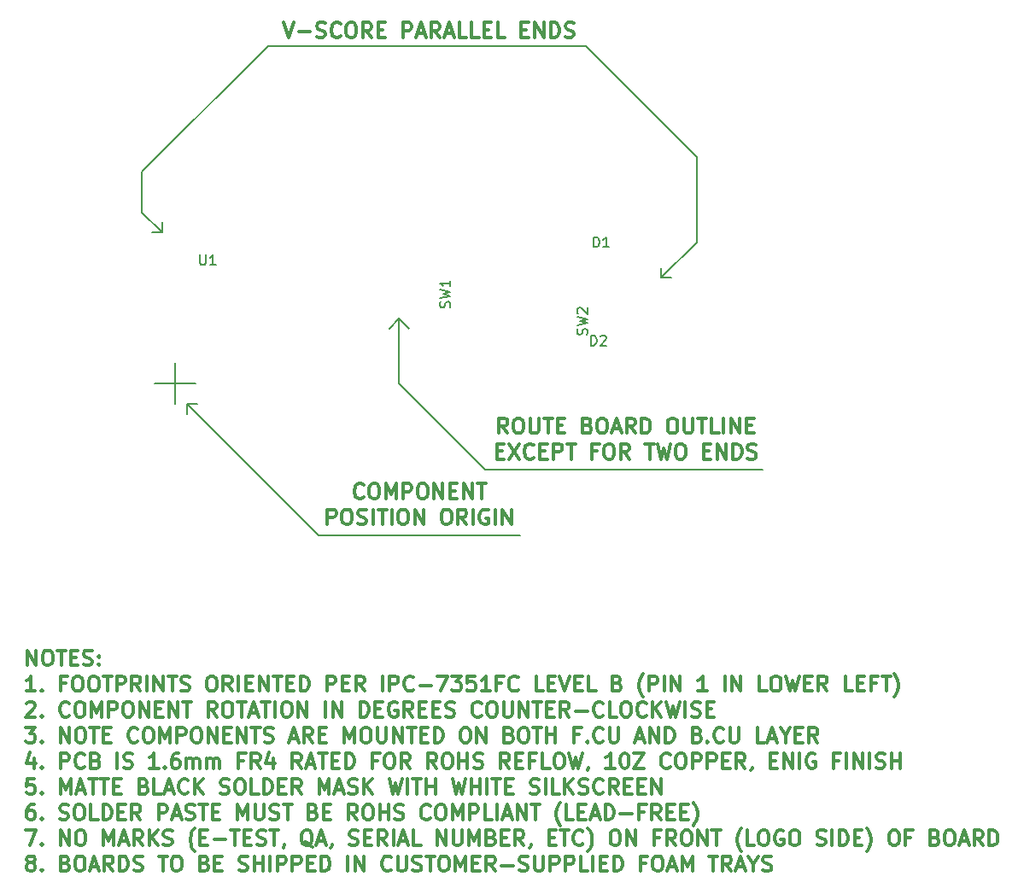
<source format=gbr>
G04 #@! TF.FileFunction,Other,Fab,Top*
%FSLAX46Y46*%
G04 Gerber Fmt 4.6, Leading zero omitted, Abs format (unit mm)*
G04 Created by KiCad (PCBNEW 4.0.7-e2-6376~58~ubuntu14.04.1) date Wed May 23 17:18:52 2018*
%MOMM*%
%LPD*%
G01*
G04 APERTURE LIST*
%ADD10C,0.100000*%
%ADD11C,0.200000*%
%ADD12C,0.300000*%
%ADD13C,0.150000*%
G04 APERTURE END LIST*
D10*
D11*
X164780000Y-111950000D02*
X164780000Y-107950000D01*
X166780000Y-109950000D02*
X162780000Y-109950000D01*
D12*
X150137143Y-137928571D02*
X150137143Y-136428571D01*
X150994286Y-137928571D01*
X150994286Y-136428571D01*
X151994286Y-136428571D02*
X152280000Y-136428571D01*
X152422858Y-136500000D01*
X152565715Y-136642857D01*
X152637143Y-136928571D01*
X152637143Y-137428571D01*
X152565715Y-137714286D01*
X152422858Y-137857143D01*
X152280000Y-137928571D01*
X151994286Y-137928571D01*
X151851429Y-137857143D01*
X151708572Y-137714286D01*
X151637143Y-137428571D01*
X151637143Y-136928571D01*
X151708572Y-136642857D01*
X151851429Y-136500000D01*
X151994286Y-136428571D01*
X153065715Y-136428571D02*
X153922858Y-136428571D01*
X153494287Y-137928571D02*
X153494287Y-136428571D01*
X154422858Y-137142857D02*
X154922858Y-137142857D01*
X155137144Y-137928571D02*
X154422858Y-137928571D01*
X154422858Y-136428571D01*
X155137144Y-136428571D01*
X155708572Y-137857143D02*
X155922858Y-137928571D01*
X156280001Y-137928571D01*
X156422858Y-137857143D01*
X156494287Y-137785714D01*
X156565715Y-137642857D01*
X156565715Y-137500000D01*
X156494287Y-137357143D01*
X156422858Y-137285714D01*
X156280001Y-137214286D01*
X155994287Y-137142857D01*
X155851429Y-137071429D01*
X155780001Y-137000000D01*
X155708572Y-136857143D01*
X155708572Y-136714286D01*
X155780001Y-136571429D01*
X155851429Y-136500000D01*
X155994287Y-136428571D01*
X156351429Y-136428571D01*
X156565715Y-136500000D01*
X157208572Y-137785714D02*
X157280000Y-137857143D01*
X157208572Y-137928571D01*
X157137143Y-137857143D01*
X157208572Y-137785714D01*
X157208572Y-137928571D01*
X157208572Y-137000000D02*
X157280000Y-137071429D01*
X157208572Y-137142857D01*
X157137143Y-137071429D01*
X157208572Y-137000000D01*
X157208572Y-137142857D01*
X150922857Y-140478571D02*
X150065714Y-140478571D01*
X150494286Y-140478571D02*
X150494286Y-138978571D01*
X150351429Y-139192857D01*
X150208571Y-139335714D01*
X150065714Y-139407143D01*
X151565714Y-140335714D02*
X151637142Y-140407143D01*
X151565714Y-140478571D01*
X151494285Y-140407143D01*
X151565714Y-140335714D01*
X151565714Y-140478571D01*
X153922857Y-139692857D02*
X153422857Y-139692857D01*
X153422857Y-140478571D02*
X153422857Y-138978571D01*
X154137143Y-138978571D01*
X154994285Y-138978571D02*
X155279999Y-138978571D01*
X155422857Y-139050000D01*
X155565714Y-139192857D01*
X155637142Y-139478571D01*
X155637142Y-139978571D01*
X155565714Y-140264286D01*
X155422857Y-140407143D01*
X155279999Y-140478571D01*
X154994285Y-140478571D01*
X154851428Y-140407143D01*
X154708571Y-140264286D01*
X154637142Y-139978571D01*
X154637142Y-139478571D01*
X154708571Y-139192857D01*
X154851428Y-139050000D01*
X154994285Y-138978571D01*
X156565714Y-138978571D02*
X156851428Y-138978571D01*
X156994286Y-139050000D01*
X157137143Y-139192857D01*
X157208571Y-139478571D01*
X157208571Y-139978571D01*
X157137143Y-140264286D01*
X156994286Y-140407143D01*
X156851428Y-140478571D01*
X156565714Y-140478571D01*
X156422857Y-140407143D01*
X156280000Y-140264286D01*
X156208571Y-139978571D01*
X156208571Y-139478571D01*
X156280000Y-139192857D01*
X156422857Y-139050000D01*
X156565714Y-138978571D01*
X157637143Y-138978571D02*
X158494286Y-138978571D01*
X158065715Y-140478571D02*
X158065715Y-138978571D01*
X158994286Y-140478571D02*
X158994286Y-138978571D01*
X159565714Y-138978571D01*
X159708572Y-139050000D01*
X159780000Y-139121429D01*
X159851429Y-139264286D01*
X159851429Y-139478571D01*
X159780000Y-139621429D01*
X159708572Y-139692857D01*
X159565714Y-139764286D01*
X158994286Y-139764286D01*
X161351429Y-140478571D02*
X160851429Y-139764286D01*
X160494286Y-140478571D02*
X160494286Y-138978571D01*
X161065714Y-138978571D01*
X161208572Y-139050000D01*
X161280000Y-139121429D01*
X161351429Y-139264286D01*
X161351429Y-139478571D01*
X161280000Y-139621429D01*
X161208572Y-139692857D01*
X161065714Y-139764286D01*
X160494286Y-139764286D01*
X161994286Y-140478571D02*
X161994286Y-138978571D01*
X162708572Y-140478571D02*
X162708572Y-138978571D01*
X163565715Y-140478571D01*
X163565715Y-138978571D01*
X164065715Y-138978571D02*
X164922858Y-138978571D01*
X164494287Y-140478571D02*
X164494287Y-138978571D01*
X165351429Y-140407143D02*
X165565715Y-140478571D01*
X165922858Y-140478571D01*
X166065715Y-140407143D01*
X166137144Y-140335714D01*
X166208572Y-140192857D01*
X166208572Y-140050000D01*
X166137144Y-139907143D01*
X166065715Y-139835714D01*
X165922858Y-139764286D01*
X165637144Y-139692857D01*
X165494286Y-139621429D01*
X165422858Y-139550000D01*
X165351429Y-139407143D01*
X165351429Y-139264286D01*
X165422858Y-139121429D01*
X165494286Y-139050000D01*
X165637144Y-138978571D01*
X165994286Y-138978571D01*
X166208572Y-139050000D01*
X168280000Y-138978571D02*
X168565714Y-138978571D01*
X168708572Y-139050000D01*
X168851429Y-139192857D01*
X168922857Y-139478571D01*
X168922857Y-139978571D01*
X168851429Y-140264286D01*
X168708572Y-140407143D01*
X168565714Y-140478571D01*
X168280000Y-140478571D01*
X168137143Y-140407143D01*
X167994286Y-140264286D01*
X167922857Y-139978571D01*
X167922857Y-139478571D01*
X167994286Y-139192857D01*
X168137143Y-139050000D01*
X168280000Y-138978571D01*
X170422858Y-140478571D02*
X169922858Y-139764286D01*
X169565715Y-140478571D02*
X169565715Y-138978571D01*
X170137143Y-138978571D01*
X170280001Y-139050000D01*
X170351429Y-139121429D01*
X170422858Y-139264286D01*
X170422858Y-139478571D01*
X170351429Y-139621429D01*
X170280001Y-139692857D01*
X170137143Y-139764286D01*
X169565715Y-139764286D01*
X171065715Y-140478571D02*
X171065715Y-138978571D01*
X171780001Y-139692857D02*
X172280001Y-139692857D01*
X172494287Y-140478571D02*
X171780001Y-140478571D01*
X171780001Y-138978571D01*
X172494287Y-138978571D01*
X173137144Y-140478571D02*
X173137144Y-138978571D01*
X173994287Y-140478571D01*
X173994287Y-138978571D01*
X174494287Y-138978571D02*
X175351430Y-138978571D01*
X174922859Y-140478571D02*
X174922859Y-138978571D01*
X175851430Y-139692857D02*
X176351430Y-139692857D01*
X176565716Y-140478571D02*
X175851430Y-140478571D01*
X175851430Y-138978571D01*
X176565716Y-138978571D01*
X177208573Y-140478571D02*
X177208573Y-138978571D01*
X177565716Y-138978571D01*
X177780001Y-139050000D01*
X177922859Y-139192857D01*
X177994287Y-139335714D01*
X178065716Y-139621429D01*
X178065716Y-139835714D01*
X177994287Y-140121429D01*
X177922859Y-140264286D01*
X177780001Y-140407143D01*
X177565716Y-140478571D01*
X177208573Y-140478571D01*
X179851430Y-140478571D02*
X179851430Y-138978571D01*
X180422858Y-138978571D01*
X180565716Y-139050000D01*
X180637144Y-139121429D01*
X180708573Y-139264286D01*
X180708573Y-139478571D01*
X180637144Y-139621429D01*
X180565716Y-139692857D01*
X180422858Y-139764286D01*
X179851430Y-139764286D01*
X181351430Y-139692857D02*
X181851430Y-139692857D01*
X182065716Y-140478571D02*
X181351430Y-140478571D01*
X181351430Y-138978571D01*
X182065716Y-138978571D01*
X183565716Y-140478571D02*
X183065716Y-139764286D01*
X182708573Y-140478571D02*
X182708573Y-138978571D01*
X183280001Y-138978571D01*
X183422859Y-139050000D01*
X183494287Y-139121429D01*
X183565716Y-139264286D01*
X183565716Y-139478571D01*
X183494287Y-139621429D01*
X183422859Y-139692857D01*
X183280001Y-139764286D01*
X182708573Y-139764286D01*
X185351430Y-140478571D02*
X185351430Y-138978571D01*
X186065716Y-140478571D02*
X186065716Y-138978571D01*
X186637144Y-138978571D01*
X186780002Y-139050000D01*
X186851430Y-139121429D01*
X186922859Y-139264286D01*
X186922859Y-139478571D01*
X186851430Y-139621429D01*
X186780002Y-139692857D01*
X186637144Y-139764286D01*
X186065716Y-139764286D01*
X188422859Y-140335714D02*
X188351430Y-140407143D01*
X188137144Y-140478571D01*
X187994287Y-140478571D01*
X187780002Y-140407143D01*
X187637144Y-140264286D01*
X187565716Y-140121429D01*
X187494287Y-139835714D01*
X187494287Y-139621429D01*
X187565716Y-139335714D01*
X187637144Y-139192857D01*
X187780002Y-139050000D01*
X187994287Y-138978571D01*
X188137144Y-138978571D01*
X188351430Y-139050000D01*
X188422859Y-139121429D01*
X189065716Y-139907143D02*
X190208573Y-139907143D01*
X190780002Y-138978571D02*
X191780002Y-138978571D01*
X191137145Y-140478571D01*
X192208573Y-138978571D02*
X193137144Y-138978571D01*
X192637144Y-139550000D01*
X192851430Y-139550000D01*
X192994287Y-139621429D01*
X193065716Y-139692857D01*
X193137144Y-139835714D01*
X193137144Y-140192857D01*
X193065716Y-140335714D01*
X192994287Y-140407143D01*
X192851430Y-140478571D01*
X192422858Y-140478571D01*
X192280001Y-140407143D01*
X192208573Y-140335714D01*
X194494287Y-138978571D02*
X193780001Y-138978571D01*
X193708572Y-139692857D01*
X193780001Y-139621429D01*
X193922858Y-139550000D01*
X194280001Y-139550000D01*
X194422858Y-139621429D01*
X194494287Y-139692857D01*
X194565715Y-139835714D01*
X194565715Y-140192857D01*
X194494287Y-140335714D01*
X194422858Y-140407143D01*
X194280001Y-140478571D01*
X193922858Y-140478571D01*
X193780001Y-140407143D01*
X193708572Y-140335714D01*
X195994286Y-140478571D02*
X195137143Y-140478571D01*
X195565715Y-140478571D02*
X195565715Y-138978571D01*
X195422858Y-139192857D01*
X195280000Y-139335714D01*
X195137143Y-139407143D01*
X197137143Y-139692857D02*
X196637143Y-139692857D01*
X196637143Y-140478571D02*
X196637143Y-138978571D01*
X197351429Y-138978571D01*
X198780000Y-140335714D02*
X198708571Y-140407143D01*
X198494285Y-140478571D01*
X198351428Y-140478571D01*
X198137143Y-140407143D01*
X197994285Y-140264286D01*
X197922857Y-140121429D01*
X197851428Y-139835714D01*
X197851428Y-139621429D01*
X197922857Y-139335714D01*
X197994285Y-139192857D01*
X198137143Y-139050000D01*
X198351428Y-138978571D01*
X198494285Y-138978571D01*
X198708571Y-139050000D01*
X198780000Y-139121429D01*
X201280000Y-140478571D02*
X200565714Y-140478571D01*
X200565714Y-138978571D01*
X201780000Y-139692857D02*
X202280000Y-139692857D01*
X202494286Y-140478571D02*
X201780000Y-140478571D01*
X201780000Y-138978571D01*
X202494286Y-138978571D01*
X202922857Y-138978571D02*
X203422857Y-140478571D01*
X203922857Y-138978571D01*
X204422857Y-139692857D02*
X204922857Y-139692857D01*
X205137143Y-140478571D02*
X204422857Y-140478571D01*
X204422857Y-138978571D01*
X205137143Y-138978571D01*
X206494286Y-140478571D02*
X205780000Y-140478571D01*
X205780000Y-138978571D01*
X208637143Y-139692857D02*
X208851429Y-139764286D01*
X208922857Y-139835714D01*
X208994286Y-139978571D01*
X208994286Y-140192857D01*
X208922857Y-140335714D01*
X208851429Y-140407143D01*
X208708571Y-140478571D01*
X208137143Y-140478571D01*
X208137143Y-138978571D01*
X208637143Y-138978571D01*
X208780000Y-139050000D01*
X208851429Y-139121429D01*
X208922857Y-139264286D01*
X208922857Y-139407143D01*
X208851429Y-139550000D01*
X208780000Y-139621429D01*
X208637143Y-139692857D01*
X208137143Y-139692857D01*
X211208571Y-141050000D02*
X211137143Y-140978571D01*
X210994286Y-140764286D01*
X210922857Y-140621429D01*
X210851428Y-140407143D01*
X210780000Y-140050000D01*
X210780000Y-139764286D01*
X210851428Y-139407143D01*
X210922857Y-139192857D01*
X210994286Y-139050000D01*
X211137143Y-138835714D01*
X211208571Y-138764286D01*
X211780000Y-140478571D02*
X211780000Y-138978571D01*
X212351428Y-138978571D01*
X212494286Y-139050000D01*
X212565714Y-139121429D01*
X212637143Y-139264286D01*
X212637143Y-139478571D01*
X212565714Y-139621429D01*
X212494286Y-139692857D01*
X212351428Y-139764286D01*
X211780000Y-139764286D01*
X213280000Y-140478571D02*
X213280000Y-138978571D01*
X213994286Y-140478571D02*
X213994286Y-138978571D01*
X214851429Y-140478571D01*
X214851429Y-138978571D01*
X217494286Y-140478571D02*
X216637143Y-140478571D01*
X217065715Y-140478571D02*
X217065715Y-138978571D01*
X216922858Y-139192857D01*
X216780000Y-139335714D01*
X216637143Y-139407143D01*
X219280000Y-140478571D02*
X219280000Y-138978571D01*
X219994286Y-140478571D02*
X219994286Y-138978571D01*
X220851429Y-140478571D01*
X220851429Y-138978571D01*
X223422858Y-140478571D02*
X222708572Y-140478571D01*
X222708572Y-138978571D01*
X224208572Y-138978571D02*
X224494286Y-138978571D01*
X224637144Y-139050000D01*
X224780001Y-139192857D01*
X224851429Y-139478571D01*
X224851429Y-139978571D01*
X224780001Y-140264286D01*
X224637144Y-140407143D01*
X224494286Y-140478571D01*
X224208572Y-140478571D01*
X224065715Y-140407143D01*
X223922858Y-140264286D01*
X223851429Y-139978571D01*
X223851429Y-139478571D01*
X223922858Y-139192857D01*
X224065715Y-139050000D01*
X224208572Y-138978571D01*
X225351430Y-138978571D02*
X225708573Y-140478571D01*
X225994287Y-139407143D01*
X226280001Y-140478571D01*
X226637144Y-138978571D01*
X227208573Y-139692857D02*
X227708573Y-139692857D01*
X227922859Y-140478571D02*
X227208573Y-140478571D01*
X227208573Y-138978571D01*
X227922859Y-138978571D01*
X229422859Y-140478571D02*
X228922859Y-139764286D01*
X228565716Y-140478571D02*
X228565716Y-138978571D01*
X229137144Y-138978571D01*
X229280002Y-139050000D01*
X229351430Y-139121429D01*
X229422859Y-139264286D01*
X229422859Y-139478571D01*
X229351430Y-139621429D01*
X229280002Y-139692857D01*
X229137144Y-139764286D01*
X228565716Y-139764286D01*
X231922859Y-140478571D02*
X231208573Y-140478571D01*
X231208573Y-138978571D01*
X232422859Y-139692857D02*
X232922859Y-139692857D01*
X233137145Y-140478571D02*
X232422859Y-140478571D01*
X232422859Y-138978571D01*
X233137145Y-138978571D01*
X234280002Y-139692857D02*
X233780002Y-139692857D01*
X233780002Y-140478571D02*
X233780002Y-138978571D01*
X234494288Y-138978571D01*
X234851430Y-138978571D02*
X235708573Y-138978571D01*
X235280002Y-140478571D02*
X235280002Y-138978571D01*
X236065716Y-141050000D02*
X236137144Y-140978571D01*
X236280001Y-140764286D01*
X236351430Y-140621429D01*
X236422859Y-140407143D01*
X236494287Y-140050000D01*
X236494287Y-139764286D01*
X236422859Y-139407143D01*
X236351430Y-139192857D01*
X236280001Y-139050000D01*
X236137144Y-138835714D01*
X236065716Y-138764286D01*
X150065714Y-141671429D02*
X150137143Y-141600000D01*
X150280000Y-141528571D01*
X150637143Y-141528571D01*
X150780000Y-141600000D01*
X150851429Y-141671429D01*
X150922857Y-141814286D01*
X150922857Y-141957143D01*
X150851429Y-142171429D01*
X149994286Y-143028571D01*
X150922857Y-143028571D01*
X151565714Y-142885714D02*
X151637142Y-142957143D01*
X151565714Y-143028571D01*
X151494285Y-142957143D01*
X151565714Y-142885714D01*
X151565714Y-143028571D01*
X154280000Y-142885714D02*
X154208571Y-142957143D01*
X153994285Y-143028571D01*
X153851428Y-143028571D01*
X153637143Y-142957143D01*
X153494285Y-142814286D01*
X153422857Y-142671429D01*
X153351428Y-142385714D01*
X153351428Y-142171429D01*
X153422857Y-141885714D01*
X153494285Y-141742857D01*
X153637143Y-141600000D01*
X153851428Y-141528571D01*
X153994285Y-141528571D01*
X154208571Y-141600000D01*
X154280000Y-141671429D01*
X155208571Y-141528571D02*
X155494285Y-141528571D01*
X155637143Y-141600000D01*
X155780000Y-141742857D01*
X155851428Y-142028571D01*
X155851428Y-142528571D01*
X155780000Y-142814286D01*
X155637143Y-142957143D01*
X155494285Y-143028571D01*
X155208571Y-143028571D01*
X155065714Y-142957143D01*
X154922857Y-142814286D01*
X154851428Y-142528571D01*
X154851428Y-142028571D01*
X154922857Y-141742857D01*
X155065714Y-141600000D01*
X155208571Y-141528571D01*
X156494286Y-143028571D02*
X156494286Y-141528571D01*
X156994286Y-142600000D01*
X157494286Y-141528571D01*
X157494286Y-143028571D01*
X158208572Y-143028571D02*
X158208572Y-141528571D01*
X158780000Y-141528571D01*
X158922858Y-141600000D01*
X158994286Y-141671429D01*
X159065715Y-141814286D01*
X159065715Y-142028571D01*
X158994286Y-142171429D01*
X158922858Y-142242857D01*
X158780000Y-142314286D01*
X158208572Y-142314286D01*
X159994286Y-141528571D02*
X160280000Y-141528571D01*
X160422858Y-141600000D01*
X160565715Y-141742857D01*
X160637143Y-142028571D01*
X160637143Y-142528571D01*
X160565715Y-142814286D01*
X160422858Y-142957143D01*
X160280000Y-143028571D01*
X159994286Y-143028571D01*
X159851429Y-142957143D01*
X159708572Y-142814286D01*
X159637143Y-142528571D01*
X159637143Y-142028571D01*
X159708572Y-141742857D01*
X159851429Y-141600000D01*
X159994286Y-141528571D01*
X161280001Y-143028571D02*
X161280001Y-141528571D01*
X162137144Y-143028571D01*
X162137144Y-141528571D01*
X162851430Y-142242857D02*
X163351430Y-142242857D01*
X163565716Y-143028571D02*
X162851430Y-143028571D01*
X162851430Y-141528571D01*
X163565716Y-141528571D01*
X164208573Y-143028571D02*
X164208573Y-141528571D01*
X165065716Y-143028571D01*
X165065716Y-141528571D01*
X165565716Y-141528571D02*
X166422859Y-141528571D01*
X165994288Y-143028571D02*
X165994288Y-141528571D01*
X168922859Y-143028571D02*
X168422859Y-142314286D01*
X168065716Y-143028571D02*
X168065716Y-141528571D01*
X168637144Y-141528571D01*
X168780002Y-141600000D01*
X168851430Y-141671429D01*
X168922859Y-141814286D01*
X168922859Y-142028571D01*
X168851430Y-142171429D01*
X168780002Y-142242857D01*
X168637144Y-142314286D01*
X168065716Y-142314286D01*
X169851430Y-141528571D02*
X170137144Y-141528571D01*
X170280002Y-141600000D01*
X170422859Y-141742857D01*
X170494287Y-142028571D01*
X170494287Y-142528571D01*
X170422859Y-142814286D01*
X170280002Y-142957143D01*
X170137144Y-143028571D01*
X169851430Y-143028571D01*
X169708573Y-142957143D01*
X169565716Y-142814286D01*
X169494287Y-142528571D01*
X169494287Y-142028571D01*
X169565716Y-141742857D01*
X169708573Y-141600000D01*
X169851430Y-141528571D01*
X170922859Y-141528571D02*
X171780002Y-141528571D01*
X171351431Y-143028571D02*
X171351431Y-141528571D01*
X172208573Y-142600000D02*
X172922859Y-142600000D01*
X172065716Y-143028571D02*
X172565716Y-141528571D01*
X173065716Y-143028571D01*
X173351430Y-141528571D02*
X174208573Y-141528571D01*
X173780002Y-143028571D02*
X173780002Y-141528571D01*
X174708573Y-143028571D02*
X174708573Y-141528571D01*
X175708573Y-141528571D02*
X175994287Y-141528571D01*
X176137145Y-141600000D01*
X176280002Y-141742857D01*
X176351430Y-142028571D01*
X176351430Y-142528571D01*
X176280002Y-142814286D01*
X176137145Y-142957143D01*
X175994287Y-143028571D01*
X175708573Y-143028571D01*
X175565716Y-142957143D01*
X175422859Y-142814286D01*
X175351430Y-142528571D01*
X175351430Y-142028571D01*
X175422859Y-141742857D01*
X175565716Y-141600000D01*
X175708573Y-141528571D01*
X176994288Y-143028571D02*
X176994288Y-141528571D01*
X177851431Y-143028571D01*
X177851431Y-141528571D01*
X179708574Y-143028571D02*
X179708574Y-141528571D01*
X180422860Y-143028571D02*
X180422860Y-141528571D01*
X181280003Y-143028571D01*
X181280003Y-141528571D01*
X183137146Y-143028571D02*
X183137146Y-141528571D01*
X183494289Y-141528571D01*
X183708574Y-141600000D01*
X183851432Y-141742857D01*
X183922860Y-141885714D01*
X183994289Y-142171429D01*
X183994289Y-142385714D01*
X183922860Y-142671429D01*
X183851432Y-142814286D01*
X183708574Y-142957143D01*
X183494289Y-143028571D01*
X183137146Y-143028571D01*
X184637146Y-142242857D02*
X185137146Y-142242857D01*
X185351432Y-143028571D02*
X184637146Y-143028571D01*
X184637146Y-141528571D01*
X185351432Y-141528571D01*
X186780003Y-141600000D02*
X186637146Y-141528571D01*
X186422860Y-141528571D01*
X186208575Y-141600000D01*
X186065717Y-141742857D01*
X185994289Y-141885714D01*
X185922860Y-142171429D01*
X185922860Y-142385714D01*
X185994289Y-142671429D01*
X186065717Y-142814286D01*
X186208575Y-142957143D01*
X186422860Y-143028571D01*
X186565717Y-143028571D01*
X186780003Y-142957143D01*
X186851432Y-142885714D01*
X186851432Y-142385714D01*
X186565717Y-142385714D01*
X188351432Y-143028571D02*
X187851432Y-142314286D01*
X187494289Y-143028571D02*
X187494289Y-141528571D01*
X188065717Y-141528571D01*
X188208575Y-141600000D01*
X188280003Y-141671429D01*
X188351432Y-141814286D01*
X188351432Y-142028571D01*
X188280003Y-142171429D01*
X188208575Y-142242857D01*
X188065717Y-142314286D01*
X187494289Y-142314286D01*
X188994289Y-142242857D02*
X189494289Y-142242857D01*
X189708575Y-143028571D02*
X188994289Y-143028571D01*
X188994289Y-141528571D01*
X189708575Y-141528571D01*
X190351432Y-142242857D02*
X190851432Y-142242857D01*
X191065718Y-143028571D02*
X190351432Y-143028571D01*
X190351432Y-141528571D01*
X191065718Y-141528571D01*
X191637146Y-142957143D02*
X191851432Y-143028571D01*
X192208575Y-143028571D01*
X192351432Y-142957143D01*
X192422861Y-142885714D01*
X192494289Y-142742857D01*
X192494289Y-142600000D01*
X192422861Y-142457143D01*
X192351432Y-142385714D01*
X192208575Y-142314286D01*
X191922861Y-142242857D01*
X191780003Y-142171429D01*
X191708575Y-142100000D01*
X191637146Y-141957143D01*
X191637146Y-141814286D01*
X191708575Y-141671429D01*
X191780003Y-141600000D01*
X191922861Y-141528571D01*
X192280003Y-141528571D01*
X192494289Y-141600000D01*
X195137146Y-142885714D02*
X195065717Y-142957143D01*
X194851431Y-143028571D01*
X194708574Y-143028571D01*
X194494289Y-142957143D01*
X194351431Y-142814286D01*
X194280003Y-142671429D01*
X194208574Y-142385714D01*
X194208574Y-142171429D01*
X194280003Y-141885714D01*
X194351431Y-141742857D01*
X194494289Y-141600000D01*
X194708574Y-141528571D01*
X194851431Y-141528571D01*
X195065717Y-141600000D01*
X195137146Y-141671429D01*
X196065717Y-141528571D02*
X196351431Y-141528571D01*
X196494289Y-141600000D01*
X196637146Y-141742857D01*
X196708574Y-142028571D01*
X196708574Y-142528571D01*
X196637146Y-142814286D01*
X196494289Y-142957143D01*
X196351431Y-143028571D01*
X196065717Y-143028571D01*
X195922860Y-142957143D01*
X195780003Y-142814286D01*
X195708574Y-142528571D01*
X195708574Y-142028571D01*
X195780003Y-141742857D01*
X195922860Y-141600000D01*
X196065717Y-141528571D01*
X197351432Y-141528571D02*
X197351432Y-142742857D01*
X197422860Y-142885714D01*
X197494289Y-142957143D01*
X197637146Y-143028571D01*
X197922860Y-143028571D01*
X198065718Y-142957143D01*
X198137146Y-142885714D01*
X198208575Y-142742857D01*
X198208575Y-141528571D01*
X198922861Y-143028571D02*
X198922861Y-141528571D01*
X199780004Y-143028571D01*
X199780004Y-141528571D01*
X200280004Y-141528571D02*
X201137147Y-141528571D01*
X200708576Y-143028571D02*
X200708576Y-141528571D01*
X201637147Y-142242857D02*
X202137147Y-142242857D01*
X202351433Y-143028571D02*
X201637147Y-143028571D01*
X201637147Y-141528571D01*
X202351433Y-141528571D01*
X203851433Y-143028571D02*
X203351433Y-142314286D01*
X202994290Y-143028571D02*
X202994290Y-141528571D01*
X203565718Y-141528571D01*
X203708576Y-141600000D01*
X203780004Y-141671429D01*
X203851433Y-141814286D01*
X203851433Y-142028571D01*
X203780004Y-142171429D01*
X203708576Y-142242857D01*
X203565718Y-142314286D01*
X202994290Y-142314286D01*
X204494290Y-142457143D02*
X205637147Y-142457143D01*
X207208576Y-142885714D02*
X207137147Y-142957143D01*
X206922861Y-143028571D01*
X206780004Y-143028571D01*
X206565719Y-142957143D01*
X206422861Y-142814286D01*
X206351433Y-142671429D01*
X206280004Y-142385714D01*
X206280004Y-142171429D01*
X206351433Y-141885714D01*
X206422861Y-141742857D01*
X206565719Y-141600000D01*
X206780004Y-141528571D01*
X206922861Y-141528571D01*
X207137147Y-141600000D01*
X207208576Y-141671429D01*
X208565719Y-143028571D02*
X207851433Y-143028571D01*
X207851433Y-141528571D01*
X209351433Y-141528571D02*
X209637147Y-141528571D01*
X209780005Y-141600000D01*
X209922862Y-141742857D01*
X209994290Y-142028571D01*
X209994290Y-142528571D01*
X209922862Y-142814286D01*
X209780005Y-142957143D01*
X209637147Y-143028571D01*
X209351433Y-143028571D01*
X209208576Y-142957143D01*
X209065719Y-142814286D01*
X208994290Y-142528571D01*
X208994290Y-142028571D01*
X209065719Y-141742857D01*
X209208576Y-141600000D01*
X209351433Y-141528571D01*
X211494291Y-142885714D02*
X211422862Y-142957143D01*
X211208576Y-143028571D01*
X211065719Y-143028571D01*
X210851434Y-142957143D01*
X210708576Y-142814286D01*
X210637148Y-142671429D01*
X210565719Y-142385714D01*
X210565719Y-142171429D01*
X210637148Y-141885714D01*
X210708576Y-141742857D01*
X210851434Y-141600000D01*
X211065719Y-141528571D01*
X211208576Y-141528571D01*
X211422862Y-141600000D01*
X211494291Y-141671429D01*
X212137148Y-143028571D02*
X212137148Y-141528571D01*
X212994291Y-143028571D02*
X212351434Y-142171429D01*
X212994291Y-141528571D02*
X212137148Y-142385714D01*
X213494291Y-141528571D02*
X213851434Y-143028571D01*
X214137148Y-141957143D01*
X214422862Y-143028571D01*
X214780005Y-141528571D01*
X215351434Y-143028571D02*
X215351434Y-141528571D01*
X215994291Y-142957143D02*
X216208577Y-143028571D01*
X216565720Y-143028571D01*
X216708577Y-142957143D01*
X216780006Y-142885714D01*
X216851434Y-142742857D01*
X216851434Y-142600000D01*
X216780006Y-142457143D01*
X216708577Y-142385714D01*
X216565720Y-142314286D01*
X216280006Y-142242857D01*
X216137148Y-142171429D01*
X216065720Y-142100000D01*
X215994291Y-141957143D01*
X215994291Y-141814286D01*
X216065720Y-141671429D01*
X216137148Y-141600000D01*
X216280006Y-141528571D01*
X216637148Y-141528571D01*
X216851434Y-141600000D01*
X217494291Y-142242857D02*
X217994291Y-142242857D01*
X218208577Y-143028571D02*
X217494291Y-143028571D01*
X217494291Y-141528571D01*
X218208577Y-141528571D01*
X149994286Y-144078571D02*
X150922857Y-144078571D01*
X150422857Y-144650000D01*
X150637143Y-144650000D01*
X150780000Y-144721429D01*
X150851429Y-144792857D01*
X150922857Y-144935714D01*
X150922857Y-145292857D01*
X150851429Y-145435714D01*
X150780000Y-145507143D01*
X150637143Y-145578571D01*
X150208571Y-145578571D01*
X150065714Y-145507143D01*
X149994286Y-145435714D01*
X151565714Y-145435714D02*
X151637142Y-145507143D01*
X151565714Y-145578571D01*
X151494285Y-145507143D01*
X151565714Y-145435714D01*
X151565714Y-145578571D01*
X153422857Y-145578571D02*
X153422857Y-144078571D01*
X154280000Y-145578571D01*
X154280000Y-144078571D01*
X155280000Y-144078571D02*
X155565714Y-144078571D01*
X155708572Y-144150000D01*
X155851429Y-144292857D01*
X155922857Y-144578571D01*
X155922857Y-145078571D01*
X155851429Y-145364286D01*
X155708572Y-145507143D01*
X155565714Y-145578571D01*
X155280000Y-145578571D01*
X155137143Y-145507143D01*
X154994286Y-145364286D01*
X154922857Y-145078571D01*
X154922857Y-144578571D01*
X154994286Y-144292857D01*
X155137143Y-144150000D01*
X155280000Y-144078571D01*
X156351429Y-144078571D02*
X157208572Y-144078571D01*
X156780001Y-145578571D02*
X156780001Y-144078571D01*
X157708572Y-144792857D02*
X158208572Y-144792857D01*
X158422858Y-145578571D02*
X157708572Y-145578571D01*
X157708572Y-144078571D01*
X158422858Y-144078571D01*
X161065715Y-145435714D02*
X160994286Y-145507143D01*
X160780000Y-145578571D01*
X160637143Y-145578571D01*
X160422858Y-145507143D01*
X160280000Y-145364286D01*
X160208572Y-145221429D01*
X160137143Y-144935714D01*
X160137143Y-144721429D01*
X160208572Y-144435714D01*
X160280000Y-144292857D01*
X160422858Y-144150000D01*
X160637143Y-144078571D01*
X160780000Y-144078571D01*
X160994286Y-144150000D01*
X161065715Y-144221429D01*
X161994286Y-144078571D02*
X162280000Y-144078571D01*
X162422858Y-144150000D01*
X162565715Y-144292857D01*
X162637143Y-144578571D01*
X162637143Y-145078571D01*
X162565715Y-145364286D01*
X162422858Y-145507143D01*
X162280000Y-145578571D01*
X161994286Y-145578571D01*
X161851429Y-145507143D01*
X161708572Y-145364286D01*
X161637143Y-145078571D01*
X161637143Y-144578571D01*
X161708572Y-144292857D01*
X161851429Y-144150000D01*
X161994286Y-144078571D01*
X163280001Y-145578571D02*
X163280001Y-144078571D01*
X163780001Y-145150000D01*
X164280001Y-144078571D01*
X164280001Y-145578571D01*
X164994287Y-145578571D02*
X164994287Y-144078571D01*
X165565715Y-144078571D01*
X165708573Y-144150000D01*
X165780001Y-144221429D01*
X165851430Y-144364286D01*
X165851430Y-144578571D01*
X165780001Y-144721429D01*
X165708573Y-144792857D01*
X165565715Y-144864286D01*
X164994287Y-144864286D01*
X166780001Y-144078571D02*
X167065715Y-144078571D01*
X167208573Y-144150000D01*
X167351430Y-144292857D01*
X167422858Y-144578571D01*
X167422858Y-145078571D01*
X167351430Y-145364286D01*
X167208573Y-145507143D01*
X167065715Y-145578571D01*
X166780001Y-145578571D01*
X166637144Y-145507143D01*
X166494287Y-145364286D01*
X166422858Y-145078571D01*
X166422858Y-144578571D01*
X166494287Y-144292857D01*
X166637144Y-144150000D01*
X166780001Y-144078571D01*
X168065716Y-145578571D02*
X168065716Y-144078571D01*
X168922859Y-145578571D01*
X168922859Y-144078571D01*
X169637145Y-144792857D02*
X170137145Y-144792857D01*
X170351431Y-145578571D02*
X169637145Y-145578571D01*
X169637145Y-144078571D01*
X170351431Y-144078571D01*
X170994288Y-145578571D02*
X170994288Y-144078571D01*
X171851431Y-145578571D01*
X171851431Y-144078571D01*
X172351431Y-144078571D02*
X173208574Y-144078571D01*
X172780003Y-145578571D02*
X172780003Y-144078571D01*
X173637145Y-145507143D02*
X173851431Y-145578571D01*
X174208574Y-145578571D01*
X174351431Y-145507143D01*
X174422860Y-145435714D01*
X174494288Y-145292857D01*
X174494288Y-145150000D01*
X174422860Y-145007143D01*
X174351431Y-144935714D01*
X174208574Y-144864286D01*
X173922860Y-144792857D01*
X173780002Y-144721429D01*
X173708574Y-144650000D01*
X173637145Y-144507143D01*
X173637145Y-144364286D01*
X173708574Y-144221429D01*
X173780002Y-144150000D01*
X173922860Y-144078571D01*
X174280002Y-144078571D01*
X174494288Y-144150000D01*
X176208573Y-145150000D02*
X176922859Y-145150000D01*
X176065716Y-145578571D02*
X176565716Y-144078571D01*
X177065716Y-145578571D01*
X178422859Y-145578571D02*
X177922859Y-144864286D01*
X177565716Y-145578571D02*
X177565716Y-144078571D01*
X178137144Y-144078571D01*
X178280002Y-144150000D01*
X178351430Y-144221429D01*
X178422859Y-144364286D01*
X178422859Y-144578571D01*
X178351430Y-144721429D01*
X178280002Y-144792857D01*
X178137144Y-144864286D01*
X177565716Y-144864286D01*
X179065716Y-144792857D02*
X179565716Y-144792857D01*
X179780002Y-145578571D02*
X179065716Y-145578571D01*
X179065716Y-144078571D01*
X179780002Y-144078571D01*
X181565716Y-145578571D02*
X181565716Y-144078571D01*
X182065716Y-145150000D01*
X182565716Y-144078571D01*
X182565716Y-145578571D01*
X183565716Y-144078571D02*
X183851430Y-144078571D01*
X183994288Y-144150000D01*
X184137145Y-144292857D01*
X184208573Y-144578571D01*
X184208573Y-145078571D01*
X184137145Y-145364286D01*
X183994288Y-145507143D01*
X183851430Y-145578571D01*
X183565716Y-145578571D01*
X183422859Y-145507143D01*
X183280002Y-145364286D01*
X183208573Y-145078571D01*
X183208573Y-144578571D01*
X183280002Y-144292857D01*
X183422859Y-144150000D01*
X183565716Y-144078571D01*
X184851431Y-144078571D02*
X184851431Y-145292857D01*
X184922859Y-145435714D01*
X184994288Y-145507143D01*
X185137145Y-145578571D01*
X185422859Y-145578571D01*
X185565717Y-145507143D01*
X185637145Y-145435714D01*
X185708574Y-145292857D01*
X185708574Y-144078571D01*
X186422860Y-145578571D02*
X186422860Y-144078571D01*
X187280003Y-145578571D01*
X187280003Y-144078571D01*
X187780003Y-144078571D02*
X188637146Y-144078571D01*
X188208575Y-145578571D02*
X188208575Y-144078571D01*
X189137146Y-144792857D02*
X189637146Y-144792857D01*
X189851432Y-145578571D02*
X189137146Y-145578571D01*
X189137146Y-144078571D01*
X189851432Y-144078571D01*
X190494289Y-145578571D02*
X190494289Y-144078571D01*
X190851432Y-144078571D01*
X191065717Y-144150000D01*
X191208575Y-144292857D01*
X191280003Y-144435714D01*
X191351432Y-144721429D01*
X191351432Y-144935714D01*
X191280003Y-145221429D01*
X191208575Y-145364286D01*
X191065717Y-145507143D01*
X190851432Y-145578571D01*
X190494289Y-145578571D01*
X193422860Y-144078571D02*
X193708574Y-144078571D01*
X193851432Y-144150000D01*
X193994289Y-144292857D01*
X194065717Y-144578571D01*
X194065717Y-145078571D01*
X193994289Y-145364286D01*
X193851432Y-145507143D01*
X193708574Y-145578571D01*
X193422860Y-145578571D01*
X193280003Y-145507143D01*
X193137146Y-145364286D01*
X193065717Y-145078571D01*
X193065717Y-144578571D01*
X193137146Y-144292857D01*
X193280003Y-144150000D01*
X193422860Y-144078571D01*
X194708575Y-145578571D02*
X194708575Y-144078571D01*
X195565718Y-145578571D01*
X195565718Y-144078571D01*
X197922861Y-144792857D02*
X198137147Y-144864286D01*
X198208575Y-144935714D01*
X198280004Y-145078571D01*
X198280004Y-145292857D01*
X198208575Y-145435714D01*
X198137147Y-145507143D01*
X197994289Y-145578571D01*
X197422861Y-145578571D01*
X197422861Y-144078571D01*
X197922861Y-144078571D01*
X198065718Y-144150000D01*
X198137147Y-144221429D01*
X198208575Y-144364286D01*
X198208575Y-144507143D01*
X198137147Y-144650000D01*
X198065718Y-144721429D01*
X197922861Y-144792857D01*
X197422861Y-144792857D01*
X199208575Y-144078571D02*
X199494289Y-144078571D01*
X199637147Y-144150000D01*
X199780004Y-144292857D01*
X199851432Y-144578571D01*
X199851432Y-145078571D01*
X199780004Y-145364286D01*
X199637147Y-145507143D01*
X199494289Y-145578571D01*
X199208575Y-145578571D01*
X199065718Y-145507143D01*
X198922861Y-145364286D01*
X198851432Y-145078571D01*
X198851432Y-144578571D01*
X198922861Y-144292857D01*
X199065718Y-144150000D01*
X199208575Y-144078571D01*
X200280004Y-144078571D02*
X201137147Y-144078571D01*
X200708576Y-145578571D02*
X200708576Y-144078571D01*
X201637147Y-145578571D02*
X201637147Y-144078571D01*
X201637147Y-144792857D02*
X202494290Y-144792857D01*
X202494290Y-145578571D02*
X202494290Y-144078571D01*
X204851433Y-144792857D02*
X204351433Y-144792857D01*
X204351433Y-145578571D02*
X204351433Y-144078571D01*
X205065719Y-144078571D01*
X205637147Y-145435714D02*
X205708575Y-145507143D01*
X205637147Y-145578571D01*
X205565718Y-145507143D01*
X205637147Y-145435714D01*
X205637147Y-145578571D01*
X207208576Y-145435714D02*
X207137147Y-145507143D01*
X206922861Y-145578571D01*
X206780004Y-145578571D01*
X206565719Y-145507143D01*
X206422861Y-145364286D01*
X206351433Y-145221429D01*
X206280004Y-144935714D01*
X206280004Y-144721429D01*
X206351433Y-144435714D01*
X206422861Y-144292857D01*
X206565719Y-144150000D01*
X206780004Y-144078571D01*
X206922861Y-144078571D01*
X207137147Y-144150000D01*
X207208576Y-144221429D01*
X207851433Y-144078571D02*
X207851433Y-145292857D01*
X207922861Y-145435714D01*
X207994290Y-145507143D01*
X208137147Y-145578571D01*
X208422861Y-145578571D01*
X208565719Y-145507143D01*
X208637147Y-145435714D01*
X208708576Y-145292857D01*
X208708576Y-144078571D01*
X210494290Y-145150000D02*
X211208576Y-145150000D01*
X210351433Y-145578571D02*
X210851433Y-144078571D01*
X211351433Y-145578571D01*
X211851433Y-145578571D02*
X211851433Y-144078571D01*
X212708576Y-145578571D01*
X212708576Y-144078571D01*
X213422862Y-145578571D02*
X213422862Y-144078571D01*
X213780005Y-144078571D01*
X213994290Y-144150000D01*
X214137148Y-144292857D01*
X214208576Y-144435714D01*
X214280005Y-144721429D01*
X214280005Y-144935714D01*
X214208576Y-145221429D01*
X214137148Y-145364286D01*
X213994290Y-145507143D01*
X213780005Y-145578571D01*
X213422862Y-145578571D01*
X216565719Y-144792857D02*
X216780005Y-144864286D01*
X216851433Y-144935714D01*
X216922862Y-145078571D01*
X216922862Y-145292857D01*
X216851433Y-145435714D01*
X216780005Y-145507143D01*
X216637147Y-145578571D01*
X216065719Y-145578571D01*
X216065719Y-144078571D01*
X216565719Y-144078571D01*
X216708576Y-144150000D01*
X216780005Y-144221429D01*
X216851433Y-144364286D01*
X216851433Y-144507143D01*
X216780005Y-144650000D01*
X216708576Y-144721429D01*
X216565719Y-144792857D01*
X216065719Y-144792857D01*
X217565719Y-145435714D02*
X217637147Y-145507143D01*
X217565719Y-145578571D01*
X217494290Y-145507143D01*
X217565719Y-145435714D01*
X217565719Y-145578571D01*
X219137148Y-145435714D02*
X219065719Y-145507143D01*
X218851433Y-145578571D01*
X218708576Y-145578571D01*
X218494291Y-145507143D01*
X218351433Y-145364286D01*
X218280005Y-145221429D01*
X218208576Y-144935714D01*
X218208576Y-144721429D01*
X218280005Y-144435714D01*
X218351433Y-144292857D01*
X218494291Y-144150000D01*
X218708576Y-144078571D01*
X218851433Y-144078571D01*
X219065719Y-144150000D01*
X219137148Y-144221429D01*
X219780005Y-144078571D02*
X219780005Y-145292857D01*
X219851433Y-145435714D01*
X219922862Y-145507143D01*
X220065719Y-145578571D01*
X220351433Y-145578571D01*
X220494291Y-145507143D01*
X220565719Y-145435714D01*
X220637148Y-145292857D01*
X220637148Y-144078571D01*
X223208577Y-145578571D02*
X222494291Y-145578571D01*
X222494291Y-144078571D01*
X223637148Y-145150000D02*
X224351434Y-145150000D01*
X223494291Y-145578571D02*
X223994291Y-144078571D01*
X224494291Y-145578571D01*
X225280005Y-144864286D02*
X225280005Y-145578571D01*
X224780005Y-144078571D02*
X225280005Y-144864286D01*
X225780005Y-144078571D01*
X226280005Y-144792857D02*
X226780005Y-144792857D01*
X226994291Y-145578571D02*
X226280005Y-145578571D01*
X226280005Y-144078571D01*
X226994291Y-144078571D01*
X228494291Y-145578571D02*
X227994291Y-144864286D01*
X227637148Y-145578571D02*
X227637148Y-144078571D01*
X228208576Y-144078571D01*
X228351434Y-144150000D01*
X228422862Y-144221429D01*
X228494291Y-144364286D01*
X228494291Y-144578571D01*
X228422862Y-144721429D01*
X228351434Y-144792857D01*
X228208576Y-144864286D01*
X227637148Y-144864286D01*
X150780000Y-147128571D02*
X150780000Y-148128571D01*
X150422857Y-146557143D02*
X150065714Y-147628571D01*
X150994286Y-147628571D01*
X151565714Y-147985714D02*
X151637142Y-148057143D01*
X151565714Y-148128571D01*
X151494285Y-148057143D01*
X151565714Y-147985714D01*
X151565714Y-148128571D01*
X153422857Y-148128571D02*
X153422857Y-146628571D01*
X153994285Y-146628571D01*
X154137143Y-146700000D01*
X154208571Y-146771429D01*
X154280000Y-146914286D01*
X154280000Y-147128571D01*
X154208571Y-147271429D01*
X154137143Y-147342857D01*
X153994285Y-147414286D01*
X153422857Y-147414286D01*
X155780000Y-147985714D02*
X155708571Y-148057143D01*
X155494285Y-148128571D01*
X155351428Y-148128571D01*
X155137143Y-148057143D01*
X154994285Y-147914286D01*
X154922857Y-147771429D01*
X154851428Y-147485714D01*
X154851428Y-147271429D01*
X154922857Y-146985714D01*
X154994285Y-146842857D01*
X155137143Y-146700000D01*
X155351428Y-146628571D01*
X155494285Y-146628571D01*
X155708571Y-146700000D01*
X155780000Y-146771429D01*
X156922857Y-147342857D02*
X157137143Y-147414286D01*
X157208571Y-147485714D01*
X157280000Y-147628571D01*
X157280000Y-147842857D01*
X157208571Y-147985714D01*
X157137143Y-148057143D01*
X156994285Y-148128571D01*
X156422857Y-148128571D01*
X156422857Y-146628571D01*
X156922857Y-146628571D01*
X157065714Y-146700000D01*
X157137143Y-146771429D01*
X157208571Y-146914286D01*
X157208571Y-147057143D01*
X157137143Y-147200000D01*
X157065714Y-147271429D01*
X156922857Y-147342857D01*
X156422857Y-147342857D01*
X159065714Y-148128571D02*
X159065714Y-146628571D01*
X159708571Y-148057143D02*
X159922857Y-148128571D01*
X160280000Y-148128571D01*
X160422857Y-148057143D01*
X160494286Y-147985714D01*
X160565714Y-147842857D01*
X160565714Y-147700000D01*
X160494286Y-147557143D01*
X160422857Y-147485714D01*
X160280000Y-147414286D01*
X159994286Y-147342857D01*
X159851428Y-147271429D01*
X159780000Y-147200000D01*
X159708571Y-147057143D01*
X159708571Y-146914286D01*
X159780000Y-146771429D01*
X159851428Y-146700000D01*
X159994286Y-146628571D01*
X160351428Y-146628571D01*
X160565714Y-146700000D01*
X163137142Y-148128571D02*
X162279999Y-148128571D01*
X162708571Y-148128571D02*
X162708571Y-146628571D01*
X162565714Y-146842857D01*
X162422856Y-146985714D01*
X162279999Y-147057143D01*
X163779999Y-147985714D02*
X163851427Y-148057143D01*
X163779999Y-148128571D01*
X163708570Y-148057143D01*
X163779999Y-147985714D01*
X163779999Y-148128571D01*
X165137142Y-146628571D02*
X164851428Y-146628571D01*
X164708571Y-146700000D01*
X164637142Y-146771429D01*
X164494285Y-146985714D01*
X164422856Y-147271429D01*
X164422856Y-147842857D01*
X164494285Y-147985714D01*
X164565713Y-148057143D01*
X164708571Y-148128571D01*
X164994285Y-148128571D01*
X165137142Y-148057143D01*
X165208571Y-147985714D01*
X165279999Y-147842857D01*
X165279999Y-147485714D01*
X165208571Y-147342857D01*
X165137142Y-147271429D01*
X164994285Y-147200000D01*
X164708571Y-147200000D01*
X164565713Y-147271429D01*
X164494285Y-147342857D01*
X164422856Y-147485714D01*
X165922856Y-148128571D02*
X165922856Y-147128571D01*
X165922856Y-147271429D02*
X165994284Y-147200000D01*
X166137142Y-147128571D01*
X166351427Y-147128571D01*
X166494284Y-147200000D01*
X166565713Y-147342857D01*
X166565713Y-148128571D01*
X166565713Y-147342857D02*
X166637142Y-147200000D01*
X166779999Y-147128571D01*
X166994284Y-147128571D01*
X167137142Y-147200000D01*
X167208570Y-147342857D01*
X167208570Y-148128571D01*
X167922856Y-148128571D02*
X167922856Y-147128571D01*
X167922856Y-147271429D02*
X167994284Y-147200000D01*
X168137142Y-147128571D01*
X168351427Y-147128571D01*
X168494284Y-147200000D01*
X168565713Y-147342857D01*
X168565713Y-148128571D01*
X168565713Y-147342857D02*
X168637142Y-147200000D01*
X168779999Y-147128571D01*
X168994284Y-147128571D01*
X169137142Y-147200000D01*
X169208570Y-147342857D01*
X169208570Y-148128571D01*
X171565713Y-147342857D02*
X171065713Y-147342857D01*
X171065713Y-148128571D02*
X171065713Y-146628571D01*
X171779999Y-146628571D01*
X173208570Y-148128571D02*
X172708570Y-147414286D01*
X172351427Y-148128571D02*
X172351427Y-146628571D01*
X172922855Y-146628571D01*
X173065713Y-146700000D01*
X173137141Y-146771429D01*
X173208570Y-146914286D01*
X173208570Y-147128571D01*
X173137141Y-147271429D01*
X173065713Y-147342857D01*
X172922855Y-147414286D01*
X172351427Y-147414286D01*
X174494284Y-147128571D02*
X174494284Y-148128571D01*
X174137141Y-146557143D02*
X173779998Y-147628571D01*
X174708570Y-147628571D01*
X177279998Y-148128571D02*
X176779998Y-147414286D01*
X176422855Y-148128571D02*
X176422855Y-146628571D01*
X176994283Y-146628571D01*
X177137141Y-146700000D01*
X177208569Y-146771429D01*
X177279998Y-146914286D01*
X177279998Y-147128571D01*
X177208569Y-147271429D01*
X177137141Y-147342857D01*
X176994283Y-147414286D01*
X176422855Y-147414286D01*
X177851426Y-147700000D02*
X178565712Y-147700000D01*
X177708569Y-148128571D02*
X178208569Y-146628571D01*
X178708569Y-148128571D01*
X178994283Y-146628571D02*
X179851426Y-146628571D01*
X179422855Y-148128571D02*
X179422855Y-146628571D01*
X180351426Y-147342857D02*
X180851426Y-147342857D01*
X181065712Y-148128571D02*
X180351426Y-148128571D01*
X180351426Y-146628571D01*
X181065712Y-146628571D01*
X181708569Y-148128571D02*
X181708569Y-146628571D01*
X182065712Y-146628571D01*
X182279997Y-146700000D01*
X182422855Y-146842857D01*
X182494283Y-146985714D01*
X182565712Y-147271429D01*
X182565712Y-147485714D01*
X182494283Y-147771429D01*
X182422855Y-147914286D01*
X182279997Y-148057143D01*
X182065712Y-148128571D01*
X181708569Y-148128571D01*
X184851426Y-147342857D02*
X184351426Y-147342857D01*
X184351426Y-148128571D02*
X184351426Y-146628571D01*
X185065712Y-146628571D01*
X185922854Y-146628571D02*
X186208568Y-146628571D01*
X186351426Y-146700000D01*
X186494283Y-146842857D01*
X186565711Y-147128571D01*
X186565711Y-147628571D01*
X186494283Y-147914286D01*
X186351426Y-148057143D01*
X186208568Y-148128571D01*
X185922854Y-148128571D01*
X185779997Y-148057143D01*
X185637140Y-147914286D01*
X185565711Y-147628571D01*
X185565711Y-147128571D01*
X185637140Y-146842857D01*
X185779997Y-146700000D01*
X185922854Y-146628571D01*
X188065712Y-148128571D02*
X187565712Y-147414286D01*
X187208569Y-148128571D02*
X187208569Y-146628571D01*
X187779997Y-146628571D01*
X187922855Y-146700000D01*
X187994283Y-146771429D01*
X188065712Y-146914286D01*
X188065712Y-147128571D01*
X187994283Y-147271429D01*
X187922855Y-147342857D01*
X187779997Y-147414286D01*
X187208569Y-147414286D01*
X190708569Y-148128571D02*
X190208569Y-147414286D01*
X189851426Y-148128571D02*
X189851426Y-146628571D01*
X190422854Y-146628571D01*
X190565712Y-146700000D01*
X190637140Y-146771429D01*
X190708569Y-146914286D01*
X190708569Y-147128571D01*
X190637140Y-147271429D01*
X190565712Y-147342857D01*
X190422854Y-147414286D01*
X189851426Y-147414286D01*
X191637140Y-146628571D02*
X191922854Y-146628571D01*
X192065712Y-146700000D01*
X192208569Y-146842857D01*
X192279997Y-147128571D01*
X192279997Y-147628571D01*
X192208569Y-147914286D01*
X192065712Y-148057143D01*
X191922854Y-148128571D01*
X191637140Y-148128571D01*
X191494283Y-148057143D01*
X191351426Y-147914286D01*
X191279997Y-147628571D01*
X191279997Y-147128571D01*
X191351426Y-146842857D01*
X191494283Y-146700000D01*
X191637140Y-146628571D01*
X192922855Y-148128571D02*
X192922855Y-146628571D01*
X192922855Y-147342857D02*
X193779998Y-147342857D01*
X193779998Y-148128571D02*
X193779998Y-146628571D01*
X194422855Y-148057143D02*
X194637141Y-148128571D01*
X194994284Y-148128571D01*
X195137141Y-148057143D01*
X195208570Y-147985714D01*
X195279998Y-147842857D01*
X195279998Y-147700000D01*
X195208570Y-147557143D01*
X195137141Y-147485714D01*
X194994284Y-147414286D01*
X194708570Y-147342857D01*
X194565712Y-147271429D01*
X194494284Y-147200000D01*
X194422855Y-147057143D01*
X194422855Y-146914286D01*
X194494284Y-146771429D01*
X194565712Y-146700000D01*
X194708570Y-146628571D01*
X195065712Y-146628571D01*
X195279998Y-146700000D01*
X197922855Y-148128571D02*
X197422855Y-147414286D01*
X197065712Y-148128571D02*
X197065712Y-146628571D01*
X197637140Y-146628571D01*
X197779998Y-146700000D01*
X197851426Y-146771429D01*
X197922855Y-146914286D01*
X197922855Y-147128571D01*
X197851426Y-147271429D01*
X197779998Y-147342857D01*
X197637140Y-147414286D01*
X197065712Y-147414286D01*
X198565712Y-147342857D02*
X199065712Y-147342857D01*
X199279998Y-148128571D02*
X198565712Y-148128571D01*
X198565712Y-146628571D01*
X199279998Y-146628571D01*
X200422855Y-147342857D02*
X199922855Y-147342857D01*
X199922855Y-148128571D02*
X199922855Y-146628571D01*
X200637141Y-146628571D01*
X201922855Y-148128571D02*
X201208569Y-148128571D01*
X201208569Y-146628571D01*
X202708569Y-146628571D02*
X202994283Y-146628571D01*
X203137141Y-146700000D01*
X203279998Y-146842857D01*
X203351426Y-147128571D01*
X203351426Y-147628571D01*
X203279998Y-147914286D01*
X203137141Y-148057143D01*
X202994283Y-148128571D01*
X202708569Y-148128571D01*
X202565712Y-148057143D01*
X202422855Y-147914286D01*
X202351426Y-147628571D01*
X202351426Y-147128571D01*
X202422855Y-146842857D01*
X202565712Y-146700000D01*
X202708569Y-146628571D01*
X203851427Y-146628571D02*
X204208570Y-148128571D01*
X204494284Y-147057143D01*
X204779998Y-148128571D01*
X205137141Y-146628571D01*
X205779998Y-148057143D02*
X205779998Y-148128571D01*
X205708570Y-148271429D01*
X205637141Y-148342857D01*
X208351427Y-148128571D02*
X207494284Y-148128571D01*
X207922856Y-148128571D02*
X207922856Y-146628571D01*
X207779999Y-146842857D01*
X207637141Y-146985714D01*
X207494284Y-147057143D01*
X209279998Y-146628571D02*
X209422855Y-146628571D01*
X209565712Y-146700000D01*
X209637141Y-146771429D01*
X209708570Y-146914286D01*
X209779998Y-147200000D01*
X209779998Y-147557143D01*
X209708570Y-147842857D01*
X209637141Y-147985714D01*
X209565712Y-148057143D01*
X209422855Y-148128571D01*
X209279998Y-148128571D01*
X209137141Y-148057143D01*
X209065712Y-147985714D01*
X208994284Y-147842857D01*
X208922855Y-147557143D01*
X208922855Y-147200000D01*
X208994284Y-146914286D01*
X209065712Y-146771429D01*
X209137141Y-146700000D01*
X209279998Y-146628571D01*
X210279998Y-146628571D02*
X211279998Y-146628571D01*
X210279998Y-148128571D01*
X211279998Y-148128571D01*
X213851426Y-147985714D02*
X213779997Y-148057143D01*
X213565711Y-148128571D01*
X213422854Y-148128571D01*
X213208569Y-148057143D01*
X213065711Y-147914286D01*
X212994283Y-147771429D01*
X212922854Y-147485714D01*
X212922854Y-147271429D01*
X212994283Y-146985714D01*
X213065711Y-146842857D01*
X213208569Y-146700000D01*
X213422854Y-146628571D01*
X213565711Y-146628571D01*
X213779997Y-146700000D01*
X213851426Y-146771429D01*
X214779997Y-146628571D02*
X215065711Y-146628571D01*
X215208569Y-146700000D01*
X215351426Y-146842857D01*
X215422854Y-147128571D01*
X215422854Y-147628571D01*
X215351426Y-147914286D01*
X215208569Y-148057143D01*
X215065711Y-148128571D01*
X214779997Y-148128571D01*
X214637140Y-148057143D01*
X214494283Y-147914286D01*
X214422854Y-147628571D01*
X214422854Y-147128571D01*
X214494283Y-146842857D01*
X214637140Y-146700000D01*
X214779997Y-146628571D01*
X216065712Y-148128571D02*
X216065712Y-146628571D01*
X216637140Y-146628571D01*
X216779998Y-146700000D01*
X216851426Y-146771429D01*
X216922855Y-146914286D01*
X216922855Y-147128571D01*
X216851426Y-147271429D01*
X216779998Y-147342857D01*
X216637140Y-147414286D01*
X216065712Y-147414286D01*
X217565712Y-148128571D02*
X217565712Y-146628571D01*
X218137140Y-146628571D01*
X218279998Y-146700000D01*
X218351426Y-146771429D01*
X218422855Y-146914286D01*
X218422855Y-147128571D01*
X218351426Y-147271429D01*
X218279998Y-147342857D01*
X218137140Y-147414286D01*
X217565712Y-147414286D01*
X219065712Y-147342857D02*
X219565712Y-147342857D01*
X219779998Y-148128571D02*
X219065712Y-148128571D01*
X219065712Y-146628571D01*
X219779998Y-146628571D01*
X221279998Y-148128571D02*
X220779998Y-147414286D01*
X220422855Y-148128571D02*
X220422855Y-146628571D01*
X220994283Y-146628571D01*
X221137141Y-146700000D01*
X221208569Y-146771429D01*
X221279998Y-146914286D01*
X221279998Y-147128571D01*
X221208569Y-147271429D01*
X221137141Y-147342857D01*
X220994283Y-147414286D01*
X220422855Y-147414286D01*
X221994283Y-148057143D02*
X221994283Y-148128571D01*
X221922855Y-148271429D01*
X221851426Y-148342857D01*
X223779998Y-147342857D02*
X224279998Y-147342857D01*
X224494284Y-148128571D02*
X223779998Y-148128571D01*
X223779998Y-146628571D01*
X224494284Y-146628571D01*
X225137141Y-148128571D02*
X225137141Y-146628571D01*
X225994284Y-148128571D01*
X225994284Y-146628571D01*
X226708570Y-148128571D02*
X226708570Y-146628571D01*
X228208570Y-146700000D02*
X228065713Y-146628571D01*
X227851427Y-146628571D01*
X227637142Y-146700000D01*
X227494284Y-146842857D01*
X227422856Y-146985714D01*
X227351427Y-147271429D01*
X227351427Y-147485714D01*
X227422856Y-147771429D01*
X227494284Y-147914286D01*
X227637142Y-148057143D01*
X227851427Y-148128571D01*
X227994284Y-148128571D01*
X228208570Y-148057143D01*
X228279999Y-147985714D01*
X228279999Y-147485714D01*
X227994284Y-147485714D01*
X230565713Y-147342857D02*
X230065713Y-147342857D01*
X230065713Y-148128571D02*
X230065713Y-146628571D01*
X230779999Y-146628571D01*
X231351427Y-148128571D02*
X231351427Y-146628571D01*
X232065713Y-148128571D02*
X232065713Y-146628571D01*
X232922856Y-148128571D01*
X232922856Y-146628571D01*
X233637142Y-148128571D02*
X233637142Y-146628571D01*
X234279999Y-148057143D02*
X234494285Y-148128571D01*
X234851428Y-148128571D01*
X234994285Y-148057143D01*
X235065714Y-147985714D01*
X235137142Y-147842857D01*
X235137142Y-147700000D01*
X235065714Y-147557143D01*
X234994285Y-147485714D01*
X234851428Y-147414286D01*
X234565714Y-147342857D01*
X234422856Y-147271429D01*
X234351428Y-147200000D01*
X234279999Y-147057143D01*
X234279999Y-146914286D01*
X234351428Y-146771429D01*
X234422856Y-146700000D01*
X234565714Y-146628571D01*
X234922856Y-146628571D01*
X235137142Y-146700000D01*
X235779999Y-148128571D02*
X235779999Y-146628571D01*
X235779999Y-147342857D02*
X236637142Y-147342857D01*
X236637142Y-148128571D02*
X236637142Y-146628571D01*
X150851429Y-149178571D02*
X150137143Y-149178571D01*
X150065714Y-149892857D01*
X150137143Y-149821429D01*
X150280000Y-149750000D01*
X150637143Y-149750000D01*
X150780000Y-149821429D01*
X150851429Y-149892857D01*
X150922857Y-150035714D01*
X150922857Y-150392857D01*
X150851429Y-150535714D01*
X150780000Y-150607143D01*
X150637143Y-150678571D01*
X150280000Y-150678571D01*
X150137143Y-150607143D01*
X150065714Y-150535714D01*
X151565714Y-150535714D02*
X151637142Y-150607143D01*
X151565714Y-150678571D01*
X151494285Y-150607143D01*
X151565714Y-150535714D01*
X151565714Y-150678571D01*
X153422857Y-150678571D02*
X153422857Y-149178571D01*
X153922857Y-150250000D01*
X154422857Y-149178571D01*
X154422857Y-150678571D01*
X155065714Y-150250000D02*
X155780000Y-150250000D01*
X154922857Y-150678571D02*
X155422857Y-149178571D01*
X155922857Y-150678571D01*
X156208571Y-149178571D02*
X157065714Y-149178571D01*
X156637143Y-150678571D02*
X156637143Y-149178571D01*
X157351428Y-149178571D02*
X158208571Y-149178571D01*
X157780000Y-150678571D02*
X157780000Y-149178571D01*
X158708571Y-149892857D02*
X159208571Y-149892857D01*
X159422857Y-150678571D02*
X158708571Y-150678571D01*
X158708571Y-149178571D01*
X159422857Y-149178571D01*
X161708571Y-149892857D02*
X161922857Y-149964286D01*
X161994285Y-150035714D01*
X162065714Y-150178571D01*
X162065714Y-150392857D01*
X161994285Y-150535714D01*
X161922857Y-150607143D01*
X161779999Y-150678571D01*
X161208571Y-150678571D01*
X161208571Y-149178571D01*
X161708571Y-149178571D01*
X161851428Y-149250000D01*
X161922857Y-149321429D01*
X161994285Y-149464286D01*
X161994285Y-149607143D01*
X161922857Y-149750000D01*
X161851428Y-149821429D01*
X161708571Y-149892857D01*
X161208571Y-149892857D01*
X163422857Y-150678571D02*
X162708571Y-150678571D01*
X162708571Y-149178571D01*
X163851428Y-150250000D02*
X164565714Y-150250000D01*
X163708571Y-150678571D02*
X164208571Y-149178571D01*
X164708571Y-150678571D01*
X166065714Y-150535714D02*
X165994285Y-150607143D01*
X165779999Y-150678571D01*
X165637142Y-150678571D01*
X165422857Y-150607143D01*
X165279999Y-150464286D01*
X165208571Y-150321429D01*
X165137142Y-150035714D01*
X165137142Y-149821429D01*
X165208571Y-149535714D01*
X165279999Y-149392857D01*
X165422857Y-149250000D01*
X165637142Y-149178571D01*
X165779999Y-149178571D01*
X165994285Y-149250000D01*
X166065714Y-149321429D01*
X166708571Y-150678571D02*
X166708571Y-149178571D01*
X167565714Y-150678571D02*
X166922857Y-149821429D01*
X167565714Y-149178571D02*
X166708571Y-150035714D01*
X169279999Y-150607143D02*
X169494285Y-150678571D01*
X169851428Y-150678571D01*
X169994285Y-150607143D01*
X170065714Y-150535714D01*
X170137142Y-150392857D01*
X170137142Y-150250000D01*
X170065714Y-150107143D01*
X169994285Y-150035714D01*
X169851428Y-149964286D01*
X169565714Y-149892857D01*
X169422856Y-149821429D01*
X169351428Y-149750000D01*
X169279999Y-149607143D01*
X169279999Y-149464286D01*
X169351428Y-149321429D01*
X169422856Y-149250000D01*
X169565714Y-149178571D01*
X169922856Y-149178571D01*
X170137142Y-149250000D01*
X171065713Y-149178571D02*
X171351427Y-149178571D01*
X171494285Y-149250000D01*
X171637142Y-149392857D01*
X171708570Y-149678571D01*
X171708570Y-150178571D01*
X171637142Y-150464286D01*
X171494285Y-150607143D01*
X171351427Y-150678571D01*
X171065713Y-150678571D01*
X170922856Y-150607143D01*
X170779999Y-150464286D01*
X170708570Y-150178571D01*
X170708570Y-149678571D01*
X170779999Y-149392857D01*
X170922856Y-149250000D01*
X171065713Y-149178571D01*
X173065714Y-150678571D02*
X172351428Y-150678571D01*
X172351428Y-149178571D01*
X173565714Y-150678571D02*
X173565714Y-149178571D01*
X173922857Y-149178571D01*
X174137142Y-149250000D01*
X174280000Y-149392857D01*
X174351428Y-149535714D01*
X174422857Y-149821429D01*
X174422857Y-150035714D01*
X174351428Y-150321429D01*
X174280000Y-150464286D01*
X174137142Y-150607143D01*
X173922857Y-150678571D01*
X173565714Y-150678571D01*
X175065714Y-149892857D02*
X175565714Y-149892857D01*
X175780000Y-150678571D02*
X175065714Y-150678571D01*
X175065714Y-149178571D01*
X175780000Y-149178571D01*
X177280000Y-150678571D02*
X176780000Y-149964286D01*
X176422857Y-150678571D02*
X176422857Y-149178571D01*
X176994285Y-149178571D01*
X177137143Y-149250000D01*
X177208571Y-149321429D01*
X177280000Y-149464286D01*
X177280000Y-149678571D01*
X177208571Y-149821429D01*
X177137143Y-149892857D01*
X176994285Y-149964286D01*
X176422857Y-149964286D01*
X179065714Y-150678571D02*
X179065714Y-149178571D01*
X179565714Y-150250000D01*
X180065714Y-149178571D01*
X180065714Y-150678571D01*
X180708571Y-150250000D02*
X181422857Y-150250000D01*
X180565714Y-150678571D02*
X181065714Y-149178571D01*
X181565714Y-150678571D01*
X181994285Y-150607143D02*
X182208571Y-150678571D01*
X182565714Y-150678571D01*
X182708571Y-150607143D01*
X182780000Y-150535714D01*
X182851428Y-150392857D01*
X182851428Y-150250000D01*
X182780000Y-150107143D01*
X182708571Y-150035714D01*
X182565714Y-149964286D01*
X182280000Y-149892857D01*
X182137142Y-149821429D01*
X182065714Y-149750000D01*
X181994285Y-149607143D01*
X181994285Y-149464286D01*
X182065714Y-149321429D01*
X182137142Y-149250000D01*
X182280000Y-149178571D01*
X182637142Y-149178571D01*
X182851428Y-149250000D01*
X183494285Y-150678571D02*
X183494285Y-149178571D01*
X184351428Y-150678571D02*
X183708571Y-149821429D01*
X184351428Y-149178571D02*
X183494285Y-150035714D01*
X185994285Y-149178571D02*
X186351428Y-150678571D01*
X186637142Y-149607143D01*
X186922856Y-150678571D01*
X187279999Y-149178571D01*
X187851428Y-150678571D02*
X187851428Y-149178571D01*
X188351428Y-149178571D02*
X189208571Y-149178571D01*
X188780000Y-150678571D02*
X188780000Y-149178571D01*
X189708571Y-150678571D02*
X189708571Y-149178571D01*
X189708571Y-149892857D02*
X190565714Y-149892857D01*
X190565714Y-150678571D02*
X190565714Y-149178571D01*
X192280000Y-149178571D02*
X192637143Y-150678571D01*
X192922857Y-149607143D01*
X193208571Y-150678571D01*
X193565714Y-149178571D01*
X194137143Y-150678571D02*
X194137143Y-149178571D01*
X194137143Y-149892857D02*
X194994286Y-149892857D01*
X194994286Y-150678571D02*
X194994286Y-149178571D01*
X195708572Y-150678571D02*
X195708572Y-149178571D01*
X196208572Y-149178571D02*
X197065715Y-149178571D01*
X196637144Y-150678571D02*
X196637144Y-149178571D01*
X197565715Y-149892857D02*
X198065715Y-149892857D01*
X198280001Y-150678571D02*
X197565715Y-150678571D01*
X197565715Y-149178571D01*
X198280001Y-149178571D01*
X199994286Y-150607143D02*
X200208572Y-150678571D01*
X200565715Y-150678571D01*
X200708572Y-150607143D01*
X200780001Y-150535714D01*
X200851429Y-150392857D01*
X200851429Y-150250000D01*
X200780001Y-150107143D01*
X200708572Y-150035714D01*
X200565715Y-149964286D01*
X200280001Y-149892857D01*
X200137143Y-149821429D01*
X200065715Y-149750000D01*
X199994286Y-149607143D01*
X199994286Y-149464286D01*
X200065715Y-149321429D01*
X200137143Y-149250000D01*
X200280001Y-149178571D01*
X200637143Y-149178571D01*
X200851429Y-149250000D01*
X201494286Y-150678571D02*
X201494286Y-149178571D01*
X202922858Y-150678571D02*
X202208572Y-150678571D01*
X202208572Y-149178571D01*
X203422858Y-150678571D02*
X203422858Y-149178571D01*
X204280001Y-150678571D02*
X203637144Y-149821429D01*
X204280001Y-149178571D02*
X203422858Y-150035714D01*
X204851429Y-150607143D02*
X205065715Y-150678571D01*
X205422858Y-150678571D01*
X205565715Y-150607143D01*
X205637144Y-150535714D01*
X205708572Y-150392857D01*
X205708572Y-150250000D01*
X205637144Y-150107143D01*
X205565715Y-150035714D01*
X205422858Y-149964286D01*
X205137144Y-149892857D01*
X204994286Y-149821429D01*
X204922858Y-149750000D01*
X204851429Y-149607143D01*
X204851429Y-149464286D01*
X204922858Y-149321429D01*
X204994286Y-149250000D01*
X205137144Y-149178571D01*
X205494286Y-149178571D01*
X205708572Y-149250000D01*
X207208572Y-150535714D02*
X207137143Y-150607143D01*
X206922857Y-150678571D01*
X206780000Y-150678571D01*
X206565715Y-150607143D01*
X206422857Y-150464286D01*
X206351429Y-150321429D01*
X206280000Y-150035714D01*
X206280000Y-149821429D01*
X206351429Y-149535714D01*
X206422857Y-149392857D01*
X206565715Y-149250000D01*
X206780000Y-149178571D01*
X206922857Y-149178571D01*
X207137143Y-149250000D01*
X207208572Y-149321429D01*
X208708572Y-150678571D02*
X208208572Y-149964286D01*
X207851429Y-150678571D02*
X207851429Y-149178571D01*
X208422857Y-149178571D01*
X208565715Y-149250000D01*
X208637143Y-149321429D01*
X208708572Y-149464286D01*
X208708572Y-149678571D01*
X208637143Y-149821429D01*
X208565715Y-149892857D01*
X208422857Y-149964286D01*
X207851429Y-149964286D01*
X209351429Y-149892857D02*
X209851429Y-149892857D01*
X210065715Y-150678571D02*
X209351429Y-150678571D01*
X209351429Y-149178571D01*
X210065715Y-149178571D01*
X210708572Y-149892857D02*
X211208572Y-149892857D01*
X211422858Y-150678571D02*
X210708572Y-150678571D01*
X210708572Y-149178571D01*
X211422858Y-149178571D01*
X212065715Y-150678571D02*
X212065715Y-149178571D01*
X212922858Y-150678571D01*
X212922858Y-149178571D01*
X150780000Y-151728571D02*
X150494286Y-151728571D01*
X150351429Y-151800000D01*
X150280000Y-151871429D01*
X150137143Y-152085714D01*
X150065714Y-152371429D01*
X150065714Y-152942857D01*
X150137143Y-153085714D01*
X150208571Y-153157143D01*
X150351429Y-153228571D01*
X150637143Y-153228571D01*
X150780000Y-153157143D01*
X150851429Y-153085714D01*
X150922857Y-152942857D01*
X150922857Y-152585714D01*
X150851429Y-152442857D01*
X150780000Y-152371429D01*
X150637143Y-152300000D01*
X150351429Y-152300000D01*
X150208571Y-152371429D01*
X150137143Y-152442857D01*
X150065714Y-152585714D01*
X151565714Y-153085714D02*
X151637142Y-153157143D01*
X151565714Y-153228571D01*
X151494285Y-153157143D01*
X151565714Y-153085714D01*
X151565714Y-153228571D01*
X153351428Y-153157143D02*
X153565714Y-153228571D01*
X153922857Y-153228571D01*
X154065714Y-153157143D01*
X154137143Y-153085714D01*
X154208571Y-152942857D01*
X154208571Y-152800000D01*
X154137143Y-152657143D01*
X154065714Y-152585714D01*
X153922857Y-152514286D01*
X153637143Y-152442857D01*
X153494285Y-152371429D01*
X153422857Y-152300000D01*
X153351428Y-152157143D01*
X153351428Y-152014286D01*
X153422857Y-151871429D01*
X153494285Y-151800000D01*
X153637143Y-151728571D01*
X153994285Y-151728571D01*
X154208571Y-151800000D01*
X155137142Y-151728571D02*
X155422856Y-151728571D01*
X155565714Y-151800000D01*
X155708571Y-151942857D01*
X155779999Y-152228571D01*
X155779999Y-152728571D01*
X155708571Y-153014286D01*
X155565714Y-153157143D01*
X155422856Y-153228571D01*
X155137142Y-153228571D01*
X154994285Y-153157143D01*
X154851428Y-153014286D01*
X154779999Y-152728571D01*
X154779999Y-152228571D01*
X154851428Y-151942857D01*
X154994285Y-151800000D01*
X155137142Y-151728571D01*
X157137143Y-153228571D02*
X156422857Y-153228571D01*
X156422857Y-151728571D01*
X157637143Y-153228571D02*
X157637143Y-151728571D01*
X157994286Y-151728571D01*
X158208571Y-151800000D01*
X158351429Y-151942857D01*
X158422857Y-152085714D01*
X158494286Y-152371429D01*
X158494286Y-152585714D01*
X158422857Y-152871429D01*
X158351429Y-153014286D01*
X158208571Y-153157143D01*
X157994286Y-153228571D01*
X157637143Y-153228571D01*
X159137143Y-152442857D02*
X159637143Y-152442857D01*
X159851429Y-153228571D02*
X159137143Y-153228571D01*
X159137143Y-151728571D01*
X159851429Y-151728571D01*
X161351429Y-153228571D02*
X160851429Y-152514286D01*
X160494286Y-153228571D02*
X160494286Y-151728571D01*
X161065714Y-151728571D01*
X161208572Y-151800000D01*
X161280000Y-151871429D01*
X161351429Y-152014286D01*
X161351429Y-152228571D01*
X161280000Y-152371429D01*
X161208572Y-152442857D01*
X161065714Y-152514286D01*
X160494286Y-152514286D01*
X163137143Y-153228571D02*
X163137143Y-151728571D01*
X163708571Y-151728571D01*
X163851429Y-151800000D01*
X163922857Y-151871429D01*
X163994286Y-152014286D01*
X163994286Y-152228571D01*
X163922857Y-152371429D01*
X163851429Y-152442857D01*
X163708571Y-152514286D01*
X163137143Y-152514286D01*
X164565714Y-152800000D02*
X165280000Y-152800000D01*
X164422857Y-153228571D02*
X164922857Y-151728571D01*
X165422857Y-153228571D01*
X165851428Y-153157143D02*
X166065714Y-153228571D01*
X166422857Y-153228571D01*
X166565714Y-153157143D01*
X166637143Y-153085714D01*
X166708571Y-152942857D01*
X166708571Y-152800000D01*
X166637143Y-152657143D01*
X166565714Y-152585714D01*
X166422857Y-152514286D01*
X166137143Y-152442857D01*
X165994285Y-152371429D01*
X165922857Y-152300000D01*
X165851428Y-152157143D01*
X165851428Y-152014286D01*
X165922857Y-151871429D01*
X165994285Y-151800000D01*
X166137143Y-151728571D01*
X166494285Y-151728571D01*
X166708571Y-151800000D01*
X167137142Y-151728571D02*
X167994285Y-151728571D01*
X167565714Y-153228571D02*
X167565714Y-151728571D01*
X168494285Y-152442857D02*
X168994285Y-152442857D01*
X169208571Y-153228571D02*
X168494285Y-153228571D01*
X168494285Y-151728571D01*
X169208571Y-151728571D01*
X170994285Y-153228571D02*
X170994285Y-151728571D01*
X171494285Y-152800000D01*
X171994285Y-151728571D01*
X171994285Y-153228571D01*
X172708571Y-151728571D02*
X172708571Y-152942857D01*
X172779999Y-153085714D01*
X172851428Y-153157143D01*
X172994285Y-153228571D01*
X173279999Y-153228571D01*
X173422857Y-153157143D01*
X173494285Y-153085714D01*
X173565714Y-152942857D01*
X173565714Y-151728571D01*
X174208571Y-153157143D02*
X174422857Y-153228571D01*
X174780000Y-153228571D01*
X174922857Y-153157143D01*
X174994286Y-153085714D01*
X175065714Y-152942857D01*
X175065714Y-152800000D01*
X174994286Y-152657143D01*
X174922857Y-152585714D01*
X174780000Y-152514286D01*
X174494286Y-152442857D01*
X174351428Y-152371429D01*
X174280000Y-152300000D01*
X174208571Y-152157143D01*
X174208571Y-152014286D01*
X174280000Y-151871429D01*
X174351428Y-151800000D01*
X174494286Y-151728571D01*
X174851428Y-151728571D01*
X175065714Y-151800000D01*
X175494285Y-151728571D02*
X176351428Y-151728571D01*
X175922857Y-153228571D02*
X175922857Y-151728571D01*
X178494285Y-152442857D02*
X178708571Y-152514286D01*
X178779999Y-152585714D01*
X178851428Y-152728571D01*
X178851428Y-152942857D01*
X178779999Y-153085714D01*
X178708571Y-153157143D01*
X178565713Y-153228571D01*
X177994285Y-153228571D01*
X177994285Y-151728571D01*
X178494285Y-151728571D01*
X178637142Y-151800000D01*
X178708571Y-151871429D01*
X178779999Y-152014286D01*
X178779999Y-152157143D01*
X178708571Y-152300000D01*
X178637142Y-152371429D01*
X178494285Y-152442857D01*
X177994285Y-152442857D01*
X179494285Y-152442857D02*
X179994285Y-152442857D01*
X180208571Y-153228571D02*
X179494285Y-153228571D01*
X179494285Y-151728571D01*
X180208571Y-151728571D01*
X182851428Y-153228571D02*
X182351428Y-152514286D01*
X181994285Y-153228571D02*
X181994285Y-151728571D01*
X182565713Y-151728571D01*
X182708571Y-151800000D01*
X182779999Y-151871429D01*
X182851428Y-152014286D01*
X182851428Y-152228571D01*
X182779999Y-152371429D01*
X182708571Y-152442857D01*
X182565713Y-152514286D01*
X181994285Y-152514286D01*
X183779999Y-151728571D02*
X184065713Y-151728571D01*
X184208571Y-151800000D01*
X184351428Y-151942857D01*
X184422856Y-152228571D01*
X184422856Y-152728571D01*
X184351428Y-153014286D01*
X184208571Y-153157143D01*
X184065713Y-153228571D01*
X183779999Y-153228571D01*
X183637142Y-153157143D01*
X183494285Y-153014286D01*
X183422856Y-152728571D01*
X183422856Y-152228571D01*
X183494285Y-151942857D01*
X183637142Y-151800000D01*
X183779999Y-151728571D01*
X185065714Y-153228571D02*
X185065714Y-151728571D01*
X185065714Y-152442857D02*
X185922857Y-152442857D01*
X185922857Y-153228571D02*
X185922857Y-151728571D01*
X186565714Y-153157143D02*
X186780000Y-153228571D01*
X187137143Y-153228571D01*
X187280000Y-153157143D01*
X187351429Y-153085714D01*
X187422857Y-152942857D01*
X187422857Y-152800000D01*
X187351429Y-152657143D01*
X187280000Y-152585714D01*
X187137143Y-152514286D01*
X186851429Y-152442857D01*
X186708571Y-152371429D01*
X186637143Y-152300000D01*
X186565714Y-152157143D01*
X186565714Y-152014286D01*
X186637143Y-151871429D01*
X186708571Y-151800000D01*
X186851429Y-151728571D01*
X187208571Y-151728571D01*
X187422857Y-151800000D01*
X190065714Y-153085714D02*
X189994285Y-153157143D01*
X189779999Y-153228571D01*
X189637142Y-153228571D01*
X189422857Y-153157143D01*
X189279999Y-153014286D01*
X189208571Y-152871429D01*
X189137142Y-152585714D01*
X189137142Y-152371429D01*
X189208571Y-152085714D01*
X189279999Y-151942857D01*
X189422857Y-151800000D01*
X189637142Y-151728571D01*
X189779999Y-151728571D01*
X189994285Y-151800000D01*
X190065714Y-151871429D01*
X190994285Y-151728571D02*
X191279999Y-151728571D01*
X191422857Y-151800000D01*
X191565714Y-151942857D01*
X191637142Y-152228571D01*
X191637142Y-152728571D01*
X191565714Y-153014286D01*
X191422857Y-153157143D01*
X191279999Y-153228571D01*
X190994285Y-153228571D01*
X190851428Y-153157143D01*
X190708571Y-153014286D01*
X190637142Y-152728571D01*
X190637142Y-152228571D01*
X190708571Y-151942857D01*
X190851428Y-151800000D01*
X190994285Y-151728571D01*
X192280000Y-153228571D02*
X192280000Y-151728571D01*
X192780000Y-152800000D01*
X193280000Y-151728571D01*
X193280000Y-153228571D01*
X193994286Y-153228571D02*
X193994286Y-151728571D01*
X194565714Y-151728571D01*
X194708572Y-151800000D01*
X194780000Y-151871429D01*
X194851429Y-152014286D01*
X194851429Y-152228571D01*
X194780000Y-152371429D01*
X194708572Y-152442857D01*
X194565714Y-152514286D01*
X193994286Y-152514286D01*
X196208572Y-153228571D02*
X195494286Y-153228571D01*
X195494286Y-151728571D01*
X196708572Y-153228571D02*
X196708572Y-151728571D01*
X197351429Y-152800000D02*
X198065715Y-152800000D01*
X197208572Y-153228571D02*
X197708572Y-151728571D01*
X198208572Y-153228571D01*
X198708572Y-153228571D02*
X198708572Y-151728571D01*
X199565715Y-153228571D01*
X199565715Y-151728571D01*
X200065715Y-151728571D02*
X200922858Y-151728571D01*
X200494287Y-153228571D02*
X200494287Y-151728571D01*
X202994286Y-153800000D02*
X202922858Y-153728571D01*
X202780001Y-153514286D01*
X202708572Y-153371429D01*
X202637143Y-153157143D01*
X202565715Y-152800000D01*
X202565715Y-152514286D01*
X202637143Y-152157143D01*
X202708572Y-151942857D01*
X202780001Y-151800000D01*
X202922858Y-151585714D01*
X202994286Y-151514286D01*
X204280001Y-153228571D02*
X203565715Y-153228571D01*
X203565715Y-151728571D01*
X204780001Y-152442857D02*
X205280001Y-152442857D01*
X205494287Y-153228571D02*
X204780001Y-153228571D01*
X204780001Y-151728571D01*
X205494287Y-151728571D01*
X206065715Y-152800000D02*
X206780001Y-152800000D01*
X205922858Y-153228571D02*
X206422858Y-151728571D01*
X206922858Y-153228571D01*
X207422858Y-153228571D02*
X207422858Y-151728571D01*
X207780001Y-151728571D01*
X207994286Y-151800000D01*
X208137144Y-151942857D01*
X208208572Y-152085714D01*
X208280001Y-152371429D01*
X208280001Y-152585714D01*
X208208572Y-152871429D01*
X208137144Y-153014286D01*
X207994286Y-153157143D01*
X207780001Y-153228571D01*
X207422858Y-153228571D01*
X208922858Y-152657143D02*
X210065715Y-152657143D01*
X211280001Y-152442857D02*
X210780001Y-152442857D01*
X210780001Y-153228571D02*
X210780001Y-151728571D01*
X211494287Y-151728571D01*
X212922858Y-153228571D02*
X212422858Y-152514286D01*
X212065715Y-153228571D02*
X212065715Y-151728571D01*
X212637143Y-151728571D01*
X212780001Y-151800000D01*
X212851429Y-151871429D01*
X212922858Y-152014286D01*
X212922858Y-152228571D01*
X212851429Y-152371429D01*
X212780001Y-152442857D01*
X212637143Y-152514286D01*
X212065715Y-152514286D01*
X213565715Y-152442857D02*
X214065715Y-152442857D01*
X214280001Y-153228571D02*
X213565715Y-153228571D01*
X213565715Y-151728571D01*
X214280001Y-151728571D01*
X214922858Y-152442857D02*
X215422858Y-152442857D01*
X215637144Y-153228571D02*
X214922858Y-153228571D01*
X214922858Y-151728571D01*
X215637144Y-151728571D01*
X216137144Y-153800000D02*
X216208572Y-153728571D01*
X216351429Y-153514286D01*
X216422858Y-153371429D01*
X216494287Y-153157143D01*
X216565715Y-152800000D01*
X216565715Y-152514286D01*
X216494287Y-152157143D01*
X216422858Y-151942857D01*
X216351429Y-151800000D01*
X216208572Y-151585714D01*
X216137144Y-151514286D01*
X149994286Y-154278571D02*
X150994286Y-154278571D01*
X150351429Y-155778571D01*
X151565714Y-155635714D02*
X151637142Y-155707143D01*
X151565714Y-155778571D01*
X151494285Y-155707143D01*
X151565714Y-155635714D01*
X151565714Y-155778571D01*
X153422857Y-155778571D02*
X153422857Y-154278571D01*
X154280000Y-155778571D01*
X154280000Y-154278571D01*
X155280000Y-154278571D02*
X155565714Y-154278571D01*
X155708572Y-154350000D01*
X155851429Y-154492857D01*
X155922857Y-154778571D01*
X155922857Y-155278571D01*
X155851429Y-155564286D01*
X155708572Y-155707143D01*
X155565714Y-155778571D01*
X155280000Y-155778571D01*
X155137143Y-155707143D01*
X154994286Y-155564286D01*
X154922857Y-155278571D01*
X154922857Y-154778571D01*
X154994286Y-154492857D01*
X155137143Y-154350000D01*
X155280000Y-154278571D01*
X157708572Y-155778571D02*
X157708572Y-154278571D01*
X158208572Y-155350000D01*
X158708572Y-154278571D01*
X158708572Y-155778571D01*
X159351429Y-155350000D02*
X160065715Y-155350000D01*
X159208572Y-155778571D02*
X159708572Y-154278571D01*
X160208572Y-155778571D01*
X161565715Y-155778571D02*
X161065715Y-155064286D01*
X160708572Y-155778571D02*
X160708572Y-154278571D01*
X161280000Y-154278571D01*
X161422858Y-154350000D01*
X161494286Y-154421429D01*
X161565715Y-154564286D01*
X161565715Y-154778571D01*
X161494286Y-154921429D01*
X161422858Y-154992857D01*
X161280000Y-155064286D01*
X160708572Y-155064286D01*
X162208572Y-155778571D02*
X162208572Y-154278571D01*
X163065715Y-155778571D02*
X162422858Y-154921429D01*
X163065715Y-154278571D02*
X162208572Y-155135714D01*
X163637143Y-155707143D02*
X163851429Y-155778571D01*
X164208572Y-155778571D01*
X164351429Y-155707143D01*
X164422858Y-155635714D01*
X164494286Y-155492857D01*
X164494286Y-155350000D01*
X164422858Y-155207143D01*
X164351429Y-155135714D01*
X164208572Y-155064286D01*
X163922858Y-154992857D01*
X163780000Y-154921429D01*
X163708572Y-154850000D01*
X163637143Y-154707143D01*
X163637143Y-154564286D01*
X163708572Y-154421429D01*
X163780000Y-154350000D01*
X163922858Y-154278571D01*
X164280000Y-154278571D01*
X164494286Y-154350000D01*
X166708571Y-156350000D02*
X166637143Y-156278571D01*
X166494286Y-156064286D01*
X166422857Y-155921429D01*
X166351428Y-155707143D01*
X166280000Y-155350000D01*
X166280000Y-155064286D01*
X166351428Y-154707143D01*
X166422857Y-154492857D01*
X166494286Y-154350000D01*
X166637143Y-154135714D01*
X166708571Y-154064286D01*
X167280000Y-154992857D02*
X167780000Y-154992857D01*
X167994286Y-155778571D02*
X167280000Y-155778571D01*
X167280000Y-154278571D01*
X167994286Y-154278571D01*
X168637143Y-155207143D02*
X169780000Y-155207143D01*
X170280000Y-154278571D02*
X171137143Y-154278571D01*
X170708572Y-155778571D02*
X170708572Y-154278571D01*
X171637143Y-154992857D02*
X172137143Y-154992857D01*
X172351429Y-155778571D02*
X171637143Y-155778571D01*
X171637143Y-154278571D01*
X172351429Y-154278571D01*
X172922857Y-155707143D02*
X173137143Y-155778571D01*
X173494286Y-155778571D01*
X173637143Y-155707143D01*
X173708572Y-155635714D01*
X173780000Y-155492857D01*
X173780000Y-155350000D01*
X173708572Y-155207143D01*
X173637143Y-155135714D01*
X173494286Y-155064286D01*
X173208572Y-154992857D01*
X173065714Y-154921429D01*
X172994286Y-154850000D01*
X172922857Y-154707143D01*
X172922857Y-154564286D01*
X172994286Y-154421429D01*
X173065714Y-154350000D01*
X173208572Y-154278571D01*
X173565714Y-154278571D01*
X173780000Y-154350000D01*
X174208571Y-154278571D02*
X175065714Y-154278571D01*
X174637143Y-155778571D02*
X174637143Y-154278571D01*
X175637142Y-155707143D02*
X175637142Y-155778571D01*
X175565714Y-155921429D01*
X175494285Y-155992857D01*
X178422857Y-155921429D02*
X178280000Y-155850000D01*
X178137143Y-155707143D01*
X177922857Y-155492857D01*
X177780000Y-155421429D01*
X177637143Y-155421429D01*
X177708571Y-155778571D02*
X177565714Y-155707143D01*
X177422857Y-155564286D01*
X177351428Y-155278571D01*
X177351428Y-154778571D01*
X177422857Y-154492857D01*
X177565714Y-154350000D01*
X177708571Y-154278571D01*
X177994285Y-154278571D01*
X178137143Y-154350000D01*
X178280000Y-154492857D01*
X178351428Y-154778571D01*
X178351428Y-155278571D01*
X178280000Y-155564286D01*
X178137143Y-155707143D01*
X177994285Y-155778571D01*
X177708571Y-155778571D01*
X178922857Y-155350000D02*
X179637143Y-155350000D01*
X178780000Y-155778571D02*
X179280000Y-154278571D01*
X179780000Y-155778571D01*
X180351428Y-155707143D02*
X180351428Y-155778571D01*
X180280000Y-155921429D01*
X180208571Y-155992857D01*
X182065714Y-155707143D02*
X182280000Y-155778571D01*
X182637143Y-155778571D01*
X182780000Y-155707143D01*
X182851429Y-155635714D01*
X182922857Y-155492857D01*
X182922857Y-155350000D01*
X182851429Y-155207143D01*
X182780000Y-155135714D01*
X182637143Y-155064286D01*
X182351429Y-154992857D01*
X182208571Y-154921429D01*
X182137143Y-154850000D01*
X182065714Y-154707143D01*
X182065714Y-154564286D01*
X182137143Y-154421429D01*
X182208571Y-154350000D01*
X182351429Y-154278571D01*
X182708571Y-154278571D01*
X182922857Y-154350000D01*
X183565714Y-154992857D02*
X184065714Y-154992857D01*
X184280000Y-155778571D02*
X183565714Y-155778571D01*
X183565714Y-154278571D01*
X184280000Y-154278571D01*
X185780000Y-155778571D02*
X185280000Y-155064286D01*
X184922857Y-155778571D02*
X184922857Y-154278571D01*
X185494285Y-154278571D01*
X185637143Y-154350000D01*
X185708571Y-154421429D01*
X185780000Y-154564286D01*
X185780000Y-154778571D01*
X185708571Y-154921429D01*
X185637143Y-154992857D01*
X185494285Y-155064286D01*
X184922857Y-155064286D01*
X186422857Y-155778571D02*
X186422857Y-154278571D01*
X187065714Y-155350000D02*
X187780000Y-155350000D01*
X186922857Y-155778571D02*
X187422857Y-154278571D01*
X187922857Y-155778571D01*
X189137143Y-155778571D02*
X188422857Y-155778571D01*
X188422857Y-154278571D01*
X190780000Y-155778571D02*
X190780000Y-154278571D01*
X191637143Y-155778571D01*
X191637143Y-154278571D01*
X192351429Y-154278571D02*
X192351429Y-155492857D01*
X192422857Y-155635714D01*
X192494286Y-155707143D01*
X192637143Y-155778571D01*
X192922857Y-155778571D01*
X193065715Y-155707143D01*
X193137143Y-155635714D01*
X193208572Y-155492857D01*
X193208572Y-154278571D01*
X193922858Y-155778571D02*
X193922858Y-154278571D01*
X194422858Y-155350000D01*
X194922858Y-154278571D01*
X194922858Y-155778571D01*
X196137144Y-154992857D02*
X196351430Y-155064286D01*
X196422858Y-155135714D01*
X196494287Y-155278571D01*
X196494287Y-155492857D01*
X196422858Y-155635714D01*
X196351430Y-155707143D01*
X196208572Y-155778571D01*
X195637144Y-155778571D01*
X195637144Y-154278571D01*
X196137144Y-154278571D01*
X196280001Y-154350000D01*
X196351430Y-154421429D01*
X196422858Y-154564286D01*
X196422858Y-154707143D01*
X196351430Y-154850000D01*
X196280001Y-154921429D01*
X196137144Y-154992857D01*
X195637144Y-154992857D01*
X197137144Y-154992857D02*
X197637144Y-154992857D01*
X197851430Y-155778571D02*
X197137144Y-155778571D01*
X197137144Y-154278571D01*
X197851430Y-154278571D01*
X199351430Y-155778571D02*
X198851430Y-155064286D01*
X198494287Y-155778571D02*
X198494287Y-154278571D01*
X199065715Y-154278571D01*
X199208573Y-154350000D01*
X199280001Y-154421429D01*
X199351430Y-154564286D01*
X199351430Y-154778571D01*
X199280001Y-154921429D01*
X199208573Y-154992857D01*
X199065715Y-155064286D01*
X198494287Y-155064286D01*
X200065715Y-155707143D02*
X200065715Y-155778571D01*
X199994287Y-155921429D01*
X199922858Y-155992857D01*
X201851430Y-154992857D02*
X202351430Y-154992857D01*
X202565716Y-155778571D02*
X201851430Y-155778571D01*
X201851430Y-154278571D01*
X202565716Y-154278571D01*
X202994287Y-154278571D02*
X203851430Y-154278571D01*
X203422859Y-155778571D02*
X203422859Y-154278571D01*
X205208573Y-155635714D02*
X205137144Y-155707143D01*
X204922858Y-155778571D01*
X204780001Y-155778571D01*
X204565716Y-155707143D01*
X204422858Y-155564286D01*
X204351430Y-155421429D01*
X204280001Y-155135714D01*
X204280001Y-154921429D01*
X204351430Y-154635714D01*
X204422858Y-154492857D01*
X204565716Y-154350000D01*
X204780001Y-154278571D01*
X204922858Y-154278571D01*
X205137144Y-154350000D01*
X205208573Y-154421429D01*
X205708573Y-156350000D02*
X205780001Y-156278571D01*
X205922858Y-156064286D01*
X205994287Y-155921429D01*
X206065716Y-155707143D01*
X206137144Y-155350000D01*
X206137144Y-155064286D01*
X206065716Y-154707143D01*
X205994287Y-154492857D01*
X205922858Y-154350000D01*
X205780001Y-154135714D01*
X205708573Y-154064286D01*
X208280001Y-154278571D02*
X208565715Y-154278571D01*
X208708573Y-154350000D01*
X208851430Y-154492857D01*
X208922858Y-154778571D01*
X208922858Y-155278571D01*
X208851430Y-155564286D01*
X208708573Y-155707143D01*
X208565715Y-155778571D01*
X208280001Y-155778571D01*
X208137144Y-155707143D01*
X207994287Y-155564286D01*
X207922858Y-155278571D01*
X207922858Y-154778571D01*
X207994287Y-154492857D01*
X208137144Y-154350000D01*
X208280001Y-154278571D01*
X209565716Y-155778571D02*
X209565716Y-154278571D01*
X210422859Y-155778571D01*
X210422859Y-154278571D01*
X212780002Y-154992857D02*
X212280002Y-154992857D01*
X212280002Y-155778571D02*
X212280002Y-154278571D01*
X212994288Y-154278571D01*
X214422859Y-155778571D02*
X213922859Y-155064286D01*
X213565716Y-155778571D02*
X213565716Y-154278571D01*
X214137144Y-154278571D01*
X214280002Y-154350000D01*
X214351430Y-154421429D01*
X214422859Y-154564286D01*
X214422859Y-154778571D01*
X214351430Y-154921429D01*
X214280002Y-154992857D01*
X214137144Y-155064286D01*
X213565716Y-155064286D01*
X215351430Y-154278571D02*
X215637144Y-154278571D01*
X215780002Y-154350000D01*
X215922859Y-154492857D01*
X215994287Y-154778571D01*
X215994287Y-155278571D01*
X215922859Y-155564286D01*
X215780002Y-155707143D01*
X215637144Y-155778571D01*
X215351430Y-155778571D01*
X215208573Y-155707143D01*
X215065716Y-155564286D01*
X214994287Y-155278571D01*
X214994287Y-154778571D01*
X215065716Y-154492857D01*
X215208573Y-154350000D01*
X215351430Y-154278571D01*
X216637145Y-155778571D02*
X216637145Y-154278571D01*
X217494288Y-155778571D01*
X217494288Y-154278571D01*
X217994288Y-154278571D02*
X218851431Y-154278571D01*
X218422860Y-155778571D02*
X218422860Y-154278571D01*
X220922859Y-156350000D02*
X220851431Y-156278571D01*
X220708574Y-156064286D01*
X220637145Y-155921429D01*
X220565716Y-155707143D01*
X220494288Y-155350000D01*
X220494288Y-155064286D01*
X220565716Y-154707143D01*
X220637145Y-154492857D01*
X220708574Y-154350000D01*
X220851431Y-154135714D01*
X220922859Y-154064286D01*
X222208574Y-155778571D02*
X221494288Y-155778571D01*
X221494288Y-154278571D01*
X222994288Y-154278571D02*
X223280002Y-154278571D01*
X223422860Y-154350000D01*
X223565717Y-154492857D01*
X223637145Y-154778571D01*
X223637145Y-155278571D01*
X223565717Y-155564286D01*
X223422860Y-155707143D01*
X223280002Y-155778571D01*
X222994288Y-155778571D01*
X222851431Y-155707143D01*
X222708574Y-155564286D01*
X222637145Y-155278571D01*
X222637145Y-154778571D01*
X222708574Y-154492857D01*
X222851431Y-154350000D01*
X222994288Y-154278571D01*
X225065717Y-154350000D02*
X224922860Y-154278571D01*
X224708574Y-154278571D01*
X224494289Y-154350000D01*
X224351431Y-154492857D01*
X224280003Y-154635714D01*
X224208574Y-154921429D01*
X224208574Y-155135714D01*
X224280003Y-155421429D01*
X224351431Y-155564286D01*
X224494289Y-155707143D01*
X224708574Y-155778571D01*
X224851431Y-155778571D01*
X225065717Y-155707143D01*
X225137146Y-155635714D01*
X225137146Y-155135714D01*
X224851431Y-155135714D01*
X226065717Y-154278571D02*
X226351431Y-154278571D01*
X226494289Y-154350000D01*
X226637146Y-154492857D01*
X226708574Y-154778571D01*
X226708574Y-155278571D01*
X226637146Y-155564286D01*
X226494289Y-155707143D01*
X226351431Y-155778571D01*
X226065717Y-155778571D01*
X225922860Y-155707143D01*
X225780003Y-155564286D01*
X225708574Y-155278571D01*
X225708574Y-154778571D01*
X225780003Y-154492857D01*
X225922860Y-154350000D01*
X226065717Y-154278571D01*
X228422860Y-155707143D02*
X228637146Y-155778571D01*
X228994289Y-155778571D01*
X229137146Y-155707143D01*
X229208575Y-155635714D01*
X229280003Y-155492857D01*
X229280003Y-155350000D01*
X229208575Y-155207143D01*
X229137146Y-155135714D01*
X228994289Y-155064286D01*
X228708575Y-154992857D01*
X228565717Y-154921429D01*
X228494289Y-154850000D01*
X228422860Y-154707143D01*
X228422860Y-154564286D01*
X228494289Y-154421429D01*
X228565717Y-154350000D01*
X228708575Y-154278571D01*
X229065717Y-154278571D01*
X229280003Y-154350000D01*
X229922860Y-155778571D02*
X229922860Y-154278571D01*
X230637146Y-155778571D02*
X230637146Y-154278571D01*
X230994289Y-154278571D01*
X231208574Y-154350000D01*
X231351432Y-154492857D01*
X231422860Y-154635714D01*
X231494289Y-154921429D01*
X231494289Y-155135714D01*
X231422860Y-155421429D01*
X231351432Y-155564286D01*
X231208574Y-155707143D01*
X230994289Y-155778571D01*
X230637146Y-155778571D01*
X232137146Y-154992857D02*
X232637146Y-154992857D01*
X232851432Y-155778571D02*
X232137146Y-155778571D01*
X232137146Y-154278571D01*
X232851432Y-154278571D01*
X233351432Y-156350000D02*
X233422860Y-156278571D01*
X233565717Y-156064286D01*
X233637146Y-155921429D01*
X233708575Y-155707143D01*
X233780003Y-155350000D01*
X233780003Y-155064286D01*
X233708575Y-154707143D01*
X233637146Y-154492857D01*
X233565717Y-154350000D01*
X233422860Y-154135714D01*
X233351432Y-154064286D01*
X235922860Y-154278571D02*
X236208574Y-154278571D01*
X236351432Y-154350000D01*
X236494289Y-154492857D01*
X236565717Y-154778571D01*
X236565717Y-155278571D01*
X236494289Y-155564286D01*
X236351432Y-155707143D01*
X236208574Y-155778571D01*
X235922860Y-155778571D01*
X235780003Y-155707143D01*
X235637146Y-155564286D01*
X235565717Y-155278571D01*
X235565717Y-154778571D01*
X235637146Y-154492857D01*
X235780003Y-154350000D01*
X235922860Y-154278571D01*
X237708575Y-154992857D02*
X237208575Y-154992857D01*
X237208575Y-155778571D02*
X237208575Y-154278571D01*
X237922861Y-154278571D01*
X240137146Y-154992857D02*
X240351432Y-155064286D01*
X240422860Y-155135714D01*
X240494289Y-155278571D01*
X240494289Y-155492857D01*
X240422860Y-155635714D01*
X240351432Y-155707143D01*
X240208574Y-155778571D01*
X239637146Y-155778571D01*
X239637146Y-154278571D01*
X240137146Y-154278571D01*
X240280003Y-154350000D01*
X240351432Y-154421429D01*
X240422860Y-154564286D01*
X240422860Y-154707143D01*
X240351432Y-154850000D01*
X240280003Y-154921429D01*
X240137146Y-154992857D01*
X239637146Y-154992857D01*
X241422860Y-154278571D02*
X241708574Y-154278571D01*
X241851432Y-154350000D01*
X241994289Y-154492857D01*
X242065717Y-154778571D01*
X242065717Y-155278571D01*
X241994289Y-155564286D01*
X241851432Y-155707143D01*
X241708574Y-155778571D01*
X241422860Y-155778571D01*
X241280003Y-155707143D01*
X241137146Y-155564286D01*
X241065717Y-155278571D01*
X241065717Y-154778571D01*
X241137146Y-154492857D01*
X241280003Y-154350000D01*
X241422860Y-154278571D01*
X242637146Y-155350000D02*
X243351432Y-155350000D01*
X242494289Y-155778571D02*
X242994289Y-154278571D01*
X243494289Y-155778571D01*
X244851432Y-155778571D02*
X244351432Y-155064286D01*
X243994289Y-155778571D02*
X243994289Y-154278571D01*
X244565717Y-154278571D01*
X244708575Y-154350000D01*
X244780003Y-154421429D01*
X244851432Y-154564286D01*
X244851432Y-154778571D01*
X244780003Y-154921429D01*
X244708575Y-154992857D01*
X244565717Y-155064286D01*
X243994289Y-155064286D01*
X245494289Y-155778571D02*
X245494289Y-154278571D01*
X245851432Y-154278571D01*
X246065717Y-154350000D01*
X246208575Y-154492857D01*
X246280003Y-154635714D01*
X246351432Y-154921429D01*
X246351432Y-155135714D01*
X246280003Y-155421429D01*
X246208575Y-155564286D01*
X246065717Y-155707143D01*
X245851432Y-155778571D01*
X245494289Y-155778571D01*
X150351429Y-157471429D02*
X150208571Y-157400000D01*
X150137143Y-157328571D01*
X150065714Y-157185714D01*
X150065714Y-157114286D01*
X150137143Y-156971429D01*
X150208571Y-156900000D01*
X150351429Y-156828571D01*
X150637143Y-156828571D01*
X150780000Y-156900000D01*
X150851429Y-156971429D01*
X150922857Y-157114286D01*
X150922857Y-157185714D01*
X150851429Y-157328571D01*
X150780000Y-157400000D01*
X150637143Y-157471429D01*
X150351429Y-157471429D01*
X150208571Y-157542857D01*
X150137143Y-157614286D01*
X150065714Y-157757143D01*
X150065714Y-158042857D01*
X150137143Y-158185714D01*
X150208571Y-158257143D01*
X150351429Y-158328571D01*
X150637143Y-158328571D01*
X150780000Y-158257143D01*
X150851429Y-158185714D01*
X150922857Y-158042857D01*
X150922857Y-157757143D01*
X150851429Y-157614286D01*
X150780000Y-157542857D01*
X150637143Y-157471429D01*
X151565714Y-158185714D02*
X151637142Y-158257143D01*
X151565714Y-158328571D01*
X151494285Y-158257143D01*
X151565714Y-158185714D01*
X151565714Y-158328571D01*
X153922857Y-157542857D02*
X154137143Y-157614286D01*
X154208571Y-157685714D01*
X154280000Y-157828571D01*
X154280000Y-158042857D01*
X154208571Y-158185714D01*
X154137143Y-158257143D01*
X153994285Y-158328571D01*
X153422857Y-158328571D01*
X153422857Y-156828571D01*
X153922857Y-156828571D01*
X154065714Y-156900000D01*
X154137143Y-156971429D01*
X154208571Y-157114286D01*
X154208571Y-157257143D01*
X154137143Y-157400000D01*
X154065714Y-157471429D01*
X153922857Y-157542857D01*
X153422857Y-157542857D01*
X155208571Y-156828571D02*
X155494285Y-156828571D01*
X155637143Y-156900000D01*
X155780000Y-157042857D01*
X155851428Y-157328571D01*
X155851428Y-157828571D01*
X155780000Y-158114286D01*
X155637143Y-158257143D01*
X155494285Y-158328571D01*
X155208571Y-158328571D01*
X155065714Y-158257143D01*
X154922857Y-158114286D01*
X154851428Y-157828571D01*
X154851428Y-157328571D01*
X154922857Y-157042857D01*
X155065714Y-156900000D01*
X155208571Y-156828571D01*
X156422857Y-157900000D02*
X157137143Y-157900000D01*
X156280000Y-158328571D02*
X156780000Y-156828571D01*
X157280000Y-158328571D01*
X158637143Y-158328571D02*
X158137143Y-157614286D01*
X157780000Y-158328571D02*
X157780000Y-156828571D01*
X158351428Y-156828571D01*
X158494286Y-156900000D01*
X158565714Y-156971429D01*
X158637143Y-157114286D01*
X158637143Y-157328571D01*
X158565714Y-157471429D01*
X158494286Y-157542857D01*
X158351428Y-157614286D01*
X157780000Y-157614286D01*
X159280000Y-158328571D02*
X159280000Y-156828571D01*
X159637143Y-156828571D01*
X159851428Y-156900000D01*
X159994286Y-157042857D01*
X160065714Y-157185714D01*
X160137143Y-157471429D01*
X160137143Y-157685714D01*
X160065714Y-157971429D01*
X159994286Y-158114286D01*
X159851428Y-158257143D01*
X159637143Y-158328571D01*
X159280000Y-158328571D01*
X160708571Y-158257143D02*
X160922857Y-158328571D01*
X161280000Y-158328571D01*
X161422857Y-158257143D01*
X161494286Y-158185714D01*
X161565714Y-158042857D01*
X161565714Y-157900000D01*
X161494286Y-157757143D01*
X161422857Y-157685714D01*
X161280000Y-157614286D01*
X160994286Y-157542857D01*
X160851428Y-157471429D01*
X160780000Y-157400000D01*
X160708571Y-157257143D01*
X160708571Y-157114286D01*
X160780000Y-156971429D01*
X160851428Y-156900000D01*
X160994286Y-156828571D01*
X161351428Y-156828571D01*
X161565714Y-156900000D01*
X163137142Y-156828571D02*
X163994285Y-156828571D01*
X163565714Y-158328571D02*
X163565714Y-156828571D01*
X164779999Y-156828571D02*
X165065713Y-156828571D01*
X165208571Y-156900000D01*
X165351428Y-157042857D01*
X165422856Y-157328571D01*
X165422856Y-157828571D01*
X165351428Y-158114286D01*
X165208571Y-158257143D01*
X165065713Y-158328571D01*
X164779999Y-158328571D01*
X164637142Y-158257143D01*
X164494285Y-158114286D01*
X164422856Y-157828571D01*
X164422856Y-157328571D01*
X164494285Y-157042857D01*
X164637142Y-156900000D01*
X164779999Y-156828571D01*
X167708571Y-157542857D02*
X167922857Y-157614286D01*
X167994285Y-157685714D01*
X168065714Y-157828571D01*
X168065714Y-158042857D01*
X167994285Y-158185714D01*
X167922857Y-158257143D01*
X167779999Y-158328571D01*
X167208571Y-158328571D01*
X167208571Y-156828571D01*
X167708571Y-156828571D01*
X167851428Y-156900000D01*
X167922857Y-156971429D01*
X167994285Y-157114286D01*
X167994285Y-157257143D01*
X167922857Y-157400000D01*
X167851428Y-157471429D01*
X167708571Y-157542857D01*
X167208571Y-157542857D01*
X168708571Y-157542857D02*
X169208571Y-157542857D01*
X169422857Y-158328571D02*
X168708571Y-158328571D01*
X168708571Y-156828571D01*
X169422857Y-156828571D01*
X171137142Y-158257143D02*
X171351428Y-158328571D01*
X171708571Y-158328571D01*
X171851428Y-158257143D01*
X171922857Y-158185714D01*
X171994285Y-158042857D01*
X171994285Y-157900000D01*
X171922857Y-157757143D01*
X171851428Y-157685714D01*
X171708571Y-157614286D01*
X171422857Y-157542857D01*
X171279999Y-157471429D01*
X171208571Y-157400000D01*
X171137142Y-157257143D01*
X171137142Y-157114286D01*
X171208571Y-156971429D01*
X171279999Y-156900000D01*
X171422857Y-156828571D01*
X171779999Y-156828571D01*
X171994285Y-156900000D01*
X172637142Y-158328571D02*
X172637142Y-156828571D01*
X172637142Y-157542857D02*
X173494285Y-157542857D01*
X173494285Y-158328571D02*
X173494285Y-156828571D01*
X174208571Y-158328571D02*
X174208571Y-156828571D01*
X174922857Y-158328571D02*
X174922857Y-156828571D01*
X175494285Y-156828571D01*
X175637143Y-156900000D01*
X175708571Y-156971429D01*
X175780000Y-157114286D01*
X175780000Y-157328571D01*
X175708571Y-157471429D01*
X175637143Y-157542857D01*
X175494285Y-157614286D01*
X174922857Y-157614286D01*
X176422857Y-158328571D02*
X176422857Y-156828571D01*
X176994285Y-156828571D01*
X177137143Y-156900000D01*
X177208571Y-156971429D01*
X177280000Y-157114286D01*
X177280000Y-157328571D01*
X177208571Y-157471429D01*
X177137143Y-157542857D01*
X176994285Y-157614286D01*
X176422857Y-157614286D01*
X177922857Y-157542857D02*
X178422857Y-157542857D01*
X178637143Y-158328571D02*
X177922857Y-158328571D01*
X177922857Y-156828571D01*
X178637143Y-156828571D01*
X179280000Y-158328571D02*
X179280000Y-156828571D01*
X179637143Y-156828571D01*
X179851428Y-156900000D01*
X179994286Y-157042857D01*
X180065714Y-157185714D01*
X180137143Y-157471429D01*
X180137143Y-157685714D01*
X180065714Y-157971429D01*
X179994286Y-158114286D01*
X179851428Y-158257143D01*
X179637143Y-158328571D01*
X179280000Y-158328571D01*
X181922857Y-158328571D02*
X181922857Y-156828571D01*
X182637143Y-158328571D02*
X182637143Y-156828571D01*
X183494286Y-158328571D01*
X183494286Y-156828571D01*
X186208572Y-158185714D02*
X186137143Y-158257143D01*
X185922857Y-158328571D01*
X185780000Y-158328571D01*
X185565715Y-158257143D01*
X185422857Y-158114286D01*
X185351429Y-157971429D01*
X185280000Y-157685714D01*
X185280000Y-157471429D01*
X185351429Y-157185714D01*
X185422857Y-157042857D01*
X185565715Y-156900000D01*
X185780000Y-156828571D01*
X185922857Y-156828571D01*
X186137143Y-156900000D01*
X186208572Y-156971429D01*
X186851429Y-156828571D02*
X186851429Y-158042857D01*
X186922857Y-158185714D01*
X186994286Y-158257143D01*
X187137143Y-158328571D01*
X187422857Y-158328571D01*
X187565715Y-158257143D01*
X187637143Y-158185714D01*
X187708572Y-158042857D01*
X187708572Y-156828571D01*
X188351429Y-158257143D02*
X188565715Y-158328571D01*
X188922858Y-158328571D01*
X189065715Y-158257143D01*
X189137144Y-158185714D01*
X189208572Y-158042857D01*
X189208572Y-157900000D01*
X189137144Y-157757143D01*
X189065715Y-157685714D01*
X188922858Y-157614286D01*
X188637144Y-157542857D01*
X188494286Y-157471429D01*
X188422858Y-157400000D01*
X188351429Y-157257143D01*
X188351429Y-157114286D01*
X188422858Y-156971429D01*
X188494286Y-156900000D01*
X188637144Y-156828571D01*
X188994286Y-156828571D01*
X189208572Y-156900000D01*
X189637143Y-156828571D02*
X190494286Y-156828571D01*
X190065715Y-158328571D02*
X190065715Y-156828571D01*
X191280000Y-156828571D02*
X191565714Y-156828571D01*
X191708572Y-156900000D01*
X191851429Y-157042857D01*
X191922857Y-157328571D01*
X191922857Y-157828571D01*
X191851429Y-158114286D01*
X191708572Y-158257143D01*
X191565714Y-158328571D01*
X191280000Y-158328571D01*
X191137143Y-158257143D01*
X190994286Y-158114286D01*
X190922857Y-157828571D01*
X190922857Y-157328571D01*
X190994286Y-157042857D01*
X191137143Y-156900000D01*
X191280000Y-156828571D01*
X192565715Y-158328571D02*
X192565715Y-156828571D01*
X193065715Y-157900000D01*
X193565715Y-156828571D01*
X193565715Y-158328571D01*
X194280001Y-157542857D02*
X194780001Y-157542857D01*
X194994287Y-158328571D02*
X194280001Y-158328571D01*
X194280001Y-156828571D01*
X194994287Y-156828571D01*
X196494287Y-158328571D02*
X195994287Y-157614286D01*
X195637144Y-158328571D02*
X195637144Y-156828571D01*
X196208572Y-156828571D01*
X196351430Y-156900000D01*
X196422858Y-156971429D01*
X196494287Y-157114286D01*
X196494287Y-157328571D01*
X196422858Y-157471429D01*
X196351430Y-157542857D01*
X196208572Y-157614286D01*
X195637144Y-157614286D01*
X197137144Y-157757143D02*
X198280001Y-157757143D01*
X198922858Y-158257143D02*
X199137144Y-158328571D01*
X199494287Y-158328571D01*
X199637144Y-158257143D01*
X199708573Y-158185714D01*
X199780001Y-158042857D01*
X199780001Y-157900000D01*
X199708573Y-157757143D01*
X199637144Y-157685714D01*
X199494287Y-157614286D01*
X199208573Y-157542857D01*
X199065715Y-157471429D01*
X198994287Y-157400000D01*
X198922858Y-157257143D01*
X198922858Y-157114286D01*
X198994287Y-156971429D01*
X199065715Y-156900000D01*
X199208573Y-156828571D01*
X199565715Y-156828571D01*
X199780001Y-156900000D01*
X200422858Y-156828571D02*
X200422858Y-158042857D01*
X200494286Y-158185714D01*
X200565715Y-158257143D01*
X200708572Y-158328571D01*
X200994286Y-158328571D01*
X201137144Y-158257143D01*
X201208572Y-158185714D01*
X201280001Y-158042857D01*
X201280001Y-156828571D01*
X201994287Y-158328571D02*
X201994287Y-156828571D01*
X202565715Y-156828571D01*
X202708573Y-156900000D01*
X202780001Y-156971429D01*
X202851430Y-157114286D01*
X202851430Y-157328571D01*
X202780001Y-157471429D01*
X202708573Y-157542857D01*
X202565715Y-157614286D01*
X201994287Y-157614286D01*
X203494287Y-158328571D02*
X203494287Y-156828571D01*
X204065715Y-156828571D01*
X204208573Y-156900000D01*
X204280001Y-156971429D01*
X204351430Y-157114286D01*
X204351430Y-157328571D01*
X204280001Y-157471429D01*
X204208573Y-157542857D01*
X204065715Y-157614286D01*
X203494287Y-157614286D01*
X205708573Y-158328571D02*
X204994287Y-158328571D01*
X204994287Y-156828571D01*
X206208573Y-158328571D02*
X206208573Y-156828571D01*
X206922859Y-157542857D02*
X207422859Y-157542857D01*
X207637145Y-158328571D02*
X206922859Y-158328571D01*
X206922859Y-156828571D01*
X207637145Y-156828571D01*
X208280002Y-158328571D02*
X208280002Y-156828571D01*
X208637145Y-156828571D01*
X208851430Y-156900000D01*
X208994288Y-157042857D01*
X209065716Y-157185714D01*
X209137145Y-157471429D01*
X209137145Y-157685714D01*
X209065716Y-157971429D01*
X208994288Y-158114286D01*
X208851430Y-158257143D01*
X208637145Y-158328571D01*
X208280002Y-158328571D01*
X211422859Y-157542857D02*
X210922859Y-157542857D01*
X210922859Y-158328571D02*
X210922859Y-156828571D01*
X211637145Y-156828571D01*
X212494287Y-156828571D02*
X212780001Y-156828571D01*
X212922859Y-156900000D01*
X213065716Y-157042857D01*
X213137144Y-157328571D01*
X213137144Y-157828571D01*
X213065716Y-158114286D01*
X212922859Y-158257143D01*
X212780001Y-158328571D01*
X212494287Y-158328571D01*
X212351430Y-158257143D01*
X212208573Y-158114286D01*
X212137144Y-157828571D01*
X212137144Y-157328571D01*
X212208573Y-157042857D01*
X212351430Y-156900000D01*
X212494287Y-156828571D01*
X213708573Y-157900000D02*
X214422859Y-157900000D01*
X213565716Y-158328571D02*
X214065716Y-156828571D01*
X214565716Y-158328571D01*
X215065716Y-158328571D02*
X215065716Y-156828571D01*
X215565716Y-157900000D01*
X216065716Y-156828571D01*
X216065716Y-158328571D01*
X217708573Y-156828571D02*
X218565716Y-156828571D01*
X218137145Y-158328571D02*
X218137145Y-156828571D01*
X219922859Y-158328571D02*
X219422859Y-157614286D01*
X219065716Y-158328571D02*
X219065716Y-156828571D01*
X219637144Y-156828571D01*
X219780002Y-156900000D01*
X219851430Y-156971429D01*
X219922859Y-157114286D01*
X219922859Y-157328571D01*
X219851430Y-157471429D01*
X219780002Y-157542857D01*
X219637144Y-157614286D01*
X219065716Y-157614286D01*
X220494287Y-157900000D02*
X221208573Y-157900000D01*
X220351430Y-158328571D02*
X220851430Y-156828571D01*
X221351430Y-158328571D01*
X222137144Y-157614286D02*
X222137144Y-158328571D01*
X221637144Y-156828571D02*
X222137144Y-157614286D01*
X222637144Y-156828571D01*
X223065715Y-158257143D02*
X223280001Y-158328571D01*
X223637144Y-158328571D01*
X223780001Y-158257143D01*
X223851430Y-158185714D01*
X223922858Y-158042857D01*
X223922858Y-157900000D01*
X223851430Y-157757143D01*
X223780001Y-157685714D01*
X223637144Y-157614286D01*
X223351430Y-157542857D01*
X223208572Y-157471429D01*
X223137144Y-157400000D01*
X223065715Y-157257143D01*
X223065715Y-157114286D01*
X223137144Y-156971429D01*
X223208572Y-156900000D01*
X223351430Y-156828571D01*
X223708572Y-156828571D01*
X223922858Y-156900000D01*
D11*
X167000000Y-112000000D02*
X166000000Y-112000000D01*
X166000000Y-113000000D02*
X166000000Y-112000000D01*
X166000000Y-112000000D02*
X166000000Y-113000000D01*
X179000000Y-125000000D02*
X166000000Y-112000000D01*
X199000000Y-125000000D02*
X179000000Y-125000000D01*
D12*
X183464285Y-121260714D02*
X183392856Y-121332143D01*
X183178570Y-121403571D01*
X183035713Y-121403571D01*
X182821428Y-121332143D01*
X182678570Y-121189286D01*
X182607142Y-121046429D01*
X182535713Y-120760714D01*
X182535713Y-120546429D01*
X182607142Y-120260714D01*
X182678570Y-120117857D01*
X182821428Y-119975000D01*
X183035713Y-119903571D01*
X183178570Y-119903571D01*
X183392856Y-119975000D01*
X183464285Y-120046429D01*
X184392856Y-119903571D02*
X184678570Y-119903571D01*
X184821428Y-119975000D01*
X184964285Y-120117857D01*
X185035713Y-120403571D01*
X185035713Y-120903571D01*
X184964285Y-121189286D01*
X184821428Y-121332143D01*
X184678570Y-121403571D01*
X184392856Y-121403571D01*
X184249999Y-121332143D01*
X184107142Y-121189286D01*
X184035713Y-120903571D01*
X184035713Y-120403571D01*
X184107142Y-120117857D01*
X184249999Y-119975000D01*
X184392856Y-119903571D01*
X185678571Y-121403571D02*
X185678571Y-119903571D01*
X186178571Y-120975000D01*
X186678571Y-119903571D01*
X186678571Y-121403571D01*
X187392857Y-121403571D02*
X187392857Y-119903571D01*
X187964285Y-119903571D01*
X188107143Y-119975000D01*
X188178571Y-120046429D01*
X188250000Y-120189286D01*
X188250000Y-120403571D01*
X188178571Y-120546429D01*
X188107143Y-120617857D01*
X187964285Y-120689286D01*
X187392857Y-120689286D01*
X189178571Y-119903571D02*
X189464285Y-119903571D01*
X189607143Y-119975000D01*
X189750000Y-120117857D01*
X189821428Y-120403571D01*
X189821428Y-120903571D01*
X189750000Y-121189286D01*
X189607143Y-121332143D01*
X189464285Y-121403571D01*
X189178571Y-121403571D01*
X189035714Y-121332143D01*
X188892857Y-121189286D01*
X188821428Y-120903571D01*
X188821428Y-120403571D01*
X188892857Y-120117857D01*
X189035714Y-119975000D01*
X189178571Y-119903571D01*
X190464286Y-121403571D02*
X190464286Y-119903571D01*
X191321429Y-121403571D01*
X191321429Y-119903571D01*
X192035715Y-120617857D02*
X192535715Y-120617857D01*
X192750001Y-121403571D02*
X192035715Y-121403571D01*
X192035715Y-119903571D01*
X192750001Y-119903571D01*
X193392858Y-121403571D02*
X193392858Y-119903571D01*
X194250001Y-121403571D01*
X194250001Y-119903571D01*
X194750001Y-119903571D02*
X195607144Y-119903571D01*
X195178573Y-121403571D02*
X195178573Y-119903571D01*
X179892856Y-123953571D02*
X179892856Y-122453571D01*
X180464284Y-122453571D01*
X180607142Y-122525000D01*
X180678570Y-122596429D01*
X180749999Y-122739286D01*
X180749999Y-122953571D01*
X180678570Y-123096429D01*
X180607142Y-123167857D01*
X180464284Y-123239286D01*
X179892856Y-123239286D01*
X181678570Y-122453571D02*
X181964284Y-122453571D01*
X182107142Y-122525000D01*
X182249999Y-122667857D01*
X182321427Y-122953571D01*
X182321427Y-123453571D01*
X182249999Y-123739286D01*
X182107142Y-123882143D01*
X181964284Y-123953571D01*
X181678570Y-123953571D01*
X181535713Y-123882143D01*
X181392856Y-123739286D01*
X181321427Y-123453571D01*
X181321427Y-122953571D01*
X181392856Y-122667857D01*
X181535713Y-122525000D01*
X181678570Y-122453571D01*
X182892856Y-123882143D02*
X183107142Y-123953571D01*
X183464285Y-123953571D01*
X183607142Y-123882143D01*
X183678571Y-123810714D01*
X183749999Y-123667857D01*
X183749999Y-123525000D01*
X183678571Y-123382143D01*
X183607142Y-123310714D01*
X183464285Y-123239286D01*
X183178571Y-123167857D01*
X183035713Y-123096429D01*
X182964285Y-123025000D01*
X182892856Y-122882143D01*
X182892856Y-122739286D01*
X182964285Y-122596429D01*
X183035713Y-122525000D01*
X183178571Y-122453571D01*
X183535713Y-122453571D01*
X183749999Y-122525000D01*
X184392856Y-123953571D02*
X184392856Y-122453571D01*
X184892856Y-122453571D02*
X185749999Y-122453571D01*
X185321428Y-123953571D02*
X185321428Y-122453571D01*
X186249999Y-123953571D02*
X186249999Y-122453571D01*
X187249999Y-122453571D02*
X187535713Y-122453571D01*
X187678571Y-122525000D01*
X187821428Y-122667857D01*
X187892856Y-122953571D01*
X187892856Y-123453571D01*
X187821428Y-123739286D01*
X187678571Y-123882143D01*
X187535713Y-123953571D01*
X187249999Y-123953571D01*
X187107142Y-123882143D01*
X186964285Y-123739286D01*
X186892856Y-123453571D01*
X186892856Y-122953571D01*
X186964285Y-122667857D01*
X187107142Y-122525000D01*
X187249999Y-122453571D01*
X188535714Y-123953571D02*
X188535714Y-122453571D01*
X189392857Y-123953571D01*
X189392857Y-122453571D01*
X191535714Y-122453571D02*
X191821428Y-122453571D01*
X191964286Y-122525000D01*
X192107143Y-122667857D01*
X192178571Y-122953571D01*
X192178571Y-123453571D01*
X192107143Y-123739286D01*
X191964286Y-123882143D01*
X191821428Y-123953571D01*
X191535714Y-123953571D01*
X191392857Y-123882143D01*
X191250000Y-123739286D01*
X191178571Y-123453571D01*
X191178571Y-122953571D01*
X191250000Y-122667857D01*
X191392857Y-122525000D01*
X191535714Y-122453571D01*
X193678572Y-123953571D02*
X193178572Y-123239286D01*
X192821429Y-123953571D02*
X192821429Y-122453571D01*
X193392857Y-122453571D01*
X193535715Y-122525000D01*
X193607143Y-122596429D01*
X193678572Y-122739286D01*
X193678572Y-122953571D01*
X193607143Y-123096429D01*
X193535715Y-123167857D01*
X193392857Y-123239286D01*
X192821429Y-123239286D01*
X194321429Y-123953571D02*
X194321429Y-122453571D01*
X195821429Y-122525000D02*
X195678572Y-122453571D01*
X195464286Y-122453571D01*
X195250001Y-122525000D01*
X195107143Y-122667857D01*
X195035715Y-122810714D01*
X194964286Y-123096429D01*
X194964286Y-123310714D01*
X195035715Y-123596429D01*
X195107143Y-123739286D01*
X195250001Y-123882143D01*
X195464286Y-123953571D01*
X195607143Y-123953571D01*
X195821429Y-123882143D01*
X195892858Y-123810714D01*
X195892858Y-123310714D01*
X195607143Y-123310714D01*
X196535715Y-123953571D02*
X196535715Y-122453571D01*
X197250001Y-123953571D02*
X197250001Y-122453571D01*
X198107144Y-123953571D01*
X198107144Y-122453571D01*
D11*
X187000000Y-103500000D02*
X188000000Y-104500000D01*
X187000000Y-103500000D02*
X186000000Y-104500000D01*
X187000000Y-110000000D02*
X187000000Y-103500000D01*
X195500000Y-118500000D02*
X187000000Y-110000000D01*
X223000000Y-118500000D02*
X195500000Y-118500000D01*
D12*
X197749999Y-114903571D02*
X197249999Y-114189286D01*
X196892856Y-114903571D02*
X196892856Y-113403571D01*
X197464284Y-113403571D01*
X197607142Y-113475000D01*
X197678570Y-113546429D01*
X197749999Y-113689286D01*
X197749999Y-113903571D01*
X197678570Y-114046429D01*
X197607142Y-114117857D01*
X197464284Y-114189286D01*
X196892856Y-114189286D01*
X198678570Y-113403571D02*
X198964284Y-113403571D01*
X199107142Y-113475000D01*
X199249999Y-113617857D01*
X199321427Y-113903571D01*
X199321427Y-114403571D01*
X199249999Y-114689286D01*
X199107142Y-114832143D01*
X198964284Y-114903571D01*
X198678570Y-114903571D01*
X198535713Y-114832143D01*
X198392856Y-114689286D01*
X198321427Y-114403571D01*
X198321427Y-113903571D01*
X198392856Y-113617857D01*
X198535713Y-113475000D01*
X198678570Y-113403571D01*
X199964285Y-113403571D02*
X199964285Y-114617857D01*
X200035713Y-114760714D01*
X200107142Y-114832143D01*
X200249999Y-114903571D01*
X200535713Y-114903571D01*
X200678571Y-114832143D01*
X200749999Y-114760714D01*
X200821428Y-114617857D01*
X200821428Y-113403571D01*
X201321428Y-113403571D02*
X202178571Y-113403571D01*
X201750000Y-114903571D02*
X201750000Y-113403571D01*
X202678571Y-114117857D02*
X203178571Y-114117857D01*
X203392857Y-114903571D02*
X202678571Y-114903571D01*
X202678571Y-113403571D01*
X203392857Y-113403571D01*
X205678571Y-114117857D02*
X205892857Y-114189286D01*
X205964285Y-114260714D01*
X206035714Y-114403571D01*
X206035714Y-114617857D01*
X205964285Y-114760714D01*
X205892857Y-114832143D01*
X205749999Y-114903571D01*
X205178571Y-114903571D01*
X205178571Y-113403571D01*
X205678571Y-113403571D01*
X205821428Y-113475000D01*
X205892857Y-113546429D01*
X205964285Y-113689286D01*
X205964285Y-113832143D01*
X205892857Y-113975000D01*
X205821428Y-114046429D01*
X205678571Y-114117857D01*
X205178571Y-114117857D01*
X206964285Y-113403571D02*
X207249999Y-113403571D01*
X207392857Y-113475000D01*
X207535714Y-113617857D01*
X207607142Y-113903571D01*
X207607142Y-114403571D01*
X207535714Y-114689286D01*
X207392857Y-114832143D01*
X207249999Y-114903571D01*
X206964285Y-114903571D01*
X206821428Y-114832143D01*
X206678571Y-114689286D01*
X206607142Y-114403571D01*
X206607142Y-113903571D01*
X206678571Y-113617857D01*
X206821428Y-113475000D01*
X206964285Y-113403571D01*
X208178571Y-114475000D02*
X208892857Y-114475000D01*
X208035714Y-114903571D02*
X208535714Y-113403571D01*
X209035714Y-114903571D01*
X210392857Y-114903571D02*
X209892857Y-114189286D01*
X209535714Y-114903571D02*
X209535714Y-113403571D01*
X210107142Y-113403571D01*
X210250000Y-113475000D01*
X210321428Y-113546429D01*
X210392857Y-113689286D01*
X210392857Y-113903571D01*
X210321428Y-114046429D01*
X210250000Y-114117857D01*
X210107142Y-114189286D01*
X209535714Y-114189286D01*
X211035714Y-114903571D02*
X211035714Y-113403571D01*
X211392857Y-113403571D01*
X211607142Y-113475000D01*
X211750000Y-113617857D01*
X211821428Y-113760714D01*
X211892857Y-114046429D01*
X211892857Y-114260714D01*
X211821428Y-114546429D01*
X211750000Y-114689286D01*
X211607142Y-114832143D01*
X211392857Y-114903571D01*
X211035714Y-114903571D01*
X213964285Y-113403571D02*
X214249999Y-113403571D01*
X214392857Y-113475000D01*
X214535714Y-113617857D01*
X214607142Y-113903571D01*
X214607142Y-114403571D01*
X214535714Y-114689286D01*
X214392857Y-114832143D01*
X214249999Y-114903571D01*
X213964285Y-114903571D01*
X213821428Y-114832143D01*
X213678571Y-114689286D01*
X213607142Y-114403571D01*
X213607142Y-113903571D01*
X213678571Y-113617857D01*
X213821428Y-113475000D01*
X213964285Y-113403571D01*
X215250000Y-113403571D02*
X215250000Y-114617857D01*
X215321428Y-114760714D01*
X215392857Y-114832143D01*
X215535714Y-114903571D01*
X215821428Y-114903571D01*
X215964286Y-114832143D01*
X216035714Y-114760714D01*
X216107143Y-114617857D01*
X216107143Y-113403571D01*
X216607143Y-113403571D02*
X217464286Y-113403571D01*
X217035715Y-114903571D02*
X217035715Y-113403571D01*
X218678572Y-114903571D02*
X217964286Y-114903571D01*
X217964286Y-113403571D01*
X219178572Y-114903571D02*
X219178572Y-113403571D01*
X219892858Y-114903571D02*
X219892858Y-113403571D01*
X220750001Y-114903571D01*
X220750001Y-113403571D01*
X221464287Y-114117857D02*
X221964287Y-114117857D01*
X222178573Y-114903571D02*
X221464287Y-114903571D01*
X221464287Y-113403571D01*
X222178573Y-113403571D01*
X196678572Y-116667857D02*
X197178572Y-116667857D01*
X197392858Y-117453571D02*
X196678572Y-117453571D01*
X196678572Y-115953571D01*
X197392858Y-115953571D01*
X197892858Y-115953571D02*
X198892858Y-117453571D01*
X198892858Y-115953571D02*
X197892858Y-117453571D01*
X200321429Y-117310714D02*
X200250000Y-117382143D01*
X200035714Y-117453571D01*
X199892857Y-117453571D01*
X199678572Y-117382143D01*
X199535714Y-117239286D01*
X199464286Y-117096429D01*
X199392857Y-116810714D01*
X199392857Y-116596429D01*
X199464286Y-116310714D01*
X199535714Y-116167857D01*
X199678572Y-116025000D01*
X199892857Y-115953571D01*
X200035714Y-115953571D01*
X200250000Y-116025000D01*
X200321429Y-116096429D01*
X200964286Y-116667857D02*
X201464286Y-116667857D01*
X201678572Y-117453571D02*
X200964286Y-117453571D01*
X200964286Y-115953571D01*
X201678572Y-115953571D01*
X202321429Y-117453571D02*
X202321429Y-115953571D01*
X202892857Y-115953571D01*
X203035715Y-116025000D01*
X203107143Y-116096429D01*
X203178572Y-116239286D01*
X203178572Y-116453571D01*
X203107143Y-116596429D01*
X203035715Y-116667857D01*
X202892857Y-116739286D01*
X202321429Y-116739286D01*
X203607143Y-115953571D02*
X204464286Y-115953571D01*
X204035715Y-117453571D02*
X204035715Y-115953571D01*
X206607143Y-116667857D02*
X206107143Y-116667857D01*
X206107143Y-117453571D02*
X206107143Y-115953571D01*
X206821429Y-115953571D01*
X207678571Y-115953571D02*
X207964285Y-115953571D01*
X208107143Y-116025000D01*
X208250000Y-116167857D01*
X208321428Y-116453571D01*
X208321428Y-116953571D01*
X208250000Y-117239286D01*
X208107143Y-117382143D01*
X207964285Y-117453571D01*
X207678571Y-117453571D01*
X207535714Y-117382143D01*
X207392857Y-117239286D01*
X207321428Y-116953571D01*
X207321428Y-116453571D01*
X207392857Y-116167857D01*
X207535714Y-116025000D01*
X207678571Y-115953571D01*
X209821429Y-117453571D02*
X209321429Y-116739286D01*
X208964286Y-117453571D02*
X208964286Y-115953571D01*
X209535714Y-115953571D01*
X209678572Y-116025000D01*
X209750000Y-116096429D01*
X209821429Y-116239286D01*
X209821429Y-116453571D01*
X209750000Y-116596429D01*
X209678572Y-116667857D01*
X209535714Y-116739286D01*
X208964286Y-116739286D01*
X211392857Y-115953571D02*
X212250000Y-115953571D01*
X211821429Y-117453571D02*
X211821429Y-115953571D01*
X212607143Y-115953571D02*
X212964286Y-117453571D01*
X213250000Y-116382143D01*
X213535714Y-117453571D01*
X213892857Y-115953571D01*
X214750000Y-115953571D02*
X215035714Y-115953571D01*
X215178572Y-116025000D01*
X215321429Y-116167857D01*
X215392857Y-116453571D01*
X215392857Y-116953571D01*
X215321429Y-117239286D01*
X215178572Y-117382143D01*
X215035714Y-117453571D01*
X214750000Y-117453571D01*
X214607143Y-117382143D01*
X214464286Y-117239286D01*
X214392857Y-116953571D01*
X214392857Y-116453571D01*
X214464286Y-116167857D01*
X214607143Y-116025000D01*
X214750000Y-115953571D01*
X217178572Y-116667857D02*
X217678572Y-116667857D01*
X217892858Y-117453571D02*
X217178572Y-117453571D01*
X217178572Y-115953571D01*
X217892858Y-115953571D01*
X218535715Y-117453571D02*
X218535715Y-115953571D01*
X219392858Y-117453571D01*
X219392858Y-115953571D01*
X220107144Y-117453571D02*
X220107144Y-115953571D01*
X220464287Y-115953571D01*
X220678572Y-116025000D01*
X220821430Y-116167857D01*
X220892858Y-116310714D01*
X220964287Y-116596429D01*
X220964287Y-116810714D01*
X220892858Y-117096429D01*
X220821430Y-117239286D01*
X220678572Y-117382143D01*
X220464287Y-117453571D01*
X220107144Y-117453571D01*
X221535715Y-117382143D02*
X221750001Y-117453571D01*
X222107144Y-117453571D01*
X222250001Y-117382143D01*
X222321430Y-117310714D01*
X222392858Y-117167857D01*
X222392858Y-117025000D01*
X222321430Y-116882143D01*
X222250001Y-116810714D01*
X222107144Y-116739286D01*
X221821430Y-116667857D01*
X221678572Y-116596429D01*
X221607144Y-116525000D01*
X221535715Y-116382143D01*
X221535715Y-116239286D01*
X221607144Y-116096429D01*
X221678572Y-116025000D01*
X221821430Y-115953571D01*
X222178572Y-115953571D01*
X222392858Y-116025000D01*
D11*
X163500000Y-95000000D02*
X162500000Y-95000000D01*
X163500000Y-95000000D02*
X163500000Y-94000000D01*
X161500000Y-93000000D02*
X163500000Y-95000000D01*
X161500000Y-89000000D02*
X161500000Y-93000000D01*
X174000000Y-76500000D02*
X161500000Y-89000000D01*
X213000000Y-99500000D02*
X214000000Y-99500000D01*
X213000000Y-99500000D02*
X213000000Y-98500000D01*
X213000000Y-99500000D02*
X213000000Y-99500000D01*
X216500000Y-96000000D02*
X213000000Y-99500000D01*
X216500000Y-87500000D02*
X216500000Y-96000000D01*
X205500000Y-76500000D02*
X216500000Y-87500000D01*
X174000000Y-76500000D02*
X205500000Y-76500000D01*
D12*
X175535714Y-74178571D02*
X176035714Y-75678571D01*
X176535714Y-74178571D01*
X177035714Y-75107143D02*
X178178571Y-75107143D01*
X178821428Y-75607143D02*
X179035714Y-75678571D01*
X179392857Y-75678571D01*
X179535714Y-75607143D01*
X179607143Y-75535714D01*
X179678571Y-75392857D01*
X179678571Y-75250000D01*
X179607143Y-75107143D01*
X179535714Y-75035714D01*
X179392857Y-74964286D01*
X179107143Y-74892857D01*
X178964285Y-74821429D01*
X178892857Y-74750000D01*
X178821428Y-74607143D01*
X178821428Y-74464286D01*
X178892857Y-74321429D01*
X178964285Y-74250000D01*
X179107143Y-74178571D01*
X179464285Y-74178571D01*
X179678571Y-74250000D01*
X181178571Y-75535714D02*
X181107142Y-75607143D01*
X180892856Y-75678571D01*
X180749999Y-75678571D01*
X180535714Y-75607143D01*
X180392856Y-75464286D01*
X180321428Y-75321429D01*
X180249999Y-75035714D01*
X180249999Y-74821429D01*
X180321428Y-74535714D01*
X180392856Y-74392857D01*
X180535714Y-74250000D01*
X180749999Y-74178571D01*
X180892856Y-74178571D01*
X181107142Y-74250000D01*
X181178571Y-74321429D01*
X182107142Y-74178571D02*
X182392856Y-74178571D01*
X182535714Y-74250000D01*
X182678571Y-74392857D01*
X182749999Y-74678571D01*
X182749999Y-75178571D01*
X182678571Y-75464286D01*
X182535714Y-75607143D01*
X182392856Y-75678571D01*
X182107142Y-75678571D01*
X181964285Y-75607143D01*
X181821428Y-75464286D01*
X181749999Y-75178571D01*
X181749999Y-74678571D01*
X181821428Y-74392857D01*
X181964285Y-74250000D01*
X182107142Y-74178571D01*
X184250000Y-75678571D02*
X183750000Y-74964286D01*
X183392857Y-75678571D02*
X183392857Y-74178571D01*
X183964285Y-74178571D01*
X184107143Y-74250000D01*
X184178571Y-74321429D01*
X184250000Y-74464286D01*
X184250000Y-74678571D01*
X184178571Y-74821429D01*
X184107143Y-74892857D01*
X183964285Y-74964286D01*
X183392857Y-74964286D01*
X184892857Y-74892857D02*
X185392857Y-74892857D01*
X185607143Y-75678571D02*
X184892857Y-75678571D01*
X184892857Y-74178571D01*
X185607143Y-74178571D01*
X187392857Y-75678571D02*
X187392857Y-74178571D01*
X187964285Y-74178571D01*
X188107143Y-74250000D01*
X188178571Y-74321429D01*
X188250000Y-74464286D01*
X188250000Y-74678571D01*
X188178571Y-74821429D01*
X188107143Y-74892857D01*
X187964285Y-74964286D01*
X187392857Y-74964286D01*
X188821428Y-75250000D02*
X189535714Y-75250000D01*
X188678571Y-75678571D02*
X189178571Y-74178571D01*
X189678571Y-75678571D01*
X191035714Y-75678571D02*
X190535714Y-74964286D01*
X190178571Y-75678571D02*
X190178571Y-74178571D01*
X190749999Y-74178571D01*
X190892857Y-74250000D01*
X190964285Y-74321429D01*
X191035714Y-74464286D01*
X191035714Y-74678571D01*
X190964285Y-74821429D01*
X190892857Y-74892857D01*
X190749999Y-74964286D01*
X190178571Y-74964286D01*
X191607142Y-75250000D02*
X192321428Y-75250000D01*
X191464285Y-75678571D02*
X191964285Y-74178571D01*
X192464285Y-75678571D01*
X193678571Y-75678571D02*
X192964285Y-75678571D01*
X192964285Y-74178571D01*
X194892857Y-75678571D02*
X194178571Y-75678571D01*
X194178571Y-74178571D01*
X195392857Y-74892857D02*
X195892857Y-74892857D01*
X196107143Y-75678571D02*
X195392857Y-75678571D01*
X195392857Y-74178571D01*
X196107143Y-74178571D01*
X197464286Y-75678571D02*
X196750000Y-75678571D01*
X196750000Y-74178571D01*
X199107143Y-74892857D02*
X199607143Y-74892857D01*
X199821429Y-75678571D02*
X199107143Y-75678571D01*
X199107143Y-74178571D01*
X199821429Y-74178571D01*
X200464286Y-75678571D02*
X200464286Y-74178571D01*
X201321429Y-75678571D01*
X201321429Y-74178571D01*
X202035715Y-75678571D02*
X202035715Y-74178571D01*
X202392858Y-74178571D01*
X202607143Y-74250000D01*
X202750001Y-74392857D01*
X202821429Y-74535714D01*
X202892858Y-74821429D01*
X202892858Y-75035714D01*
X202821429Y-75321429D01*
X202750001Y-75464286D01*
X202607143Y-75607143D01*
X202392858Y-75678571D01*
X202035715Y-75678571D01*
X203464286Y-75607143D02*
X203678572Y-75678571D01*
X204035715Y-75678571D01*
X204178572Y-75607143D01*
X204250001Y-75535714D01*
X204321429Y-75392857D01*
X204321429Y-75250000D01*
X204250001Y-75107143D01*
X204178572Y-75035714D01*
X204035715Y-74964286D01*
X203750001Y-74892857D01*
X203607143Y-74821429D01*
X203535715Y-74750000D01*
X203464286Y-74607143D01*
X203464286Y-74464286D01*
X203535715Y-74321429D01*
X203607143Y-74250000D01*
X203750001Y-74178571D01*
X204107143Y-74178571D01*
X204321429Y-74250000D01*
D13*
X192004762Y-102433333D02*
X192052381Y-102290476D01*
X192052381Y-102052380D01*
X192004762Y-101957142D01*
X191957143Y-101909523D01*
X191861905Y-101861904D01*
X191766667Y-101861904D01*
X191671429Y-101909523D01*
X191623810Y-101957142D01*
X191576190Y-102052380D01*
X191528571Y-102242857D01*
X191480952Y-102338095D01*
X191433333Y-102385714D01*
X191338095Y-102433333D01*
X191242857Y-102433333D01*
X191147619Y-102385714D01*
X191100000Y-102338095D01*
X191052381Y-102242857D01*
X191052381Y-102004761D01*
X191100000Y-101861904D01*
X191052381Y-101528571D02*
X192052381Y-101290476D01*
X191338095Y-101099999D01*
X192052381Y-100909523D01*
X191052381Y-100671428D01*
X192052381Y-99766666D02*
X192052381Y-100338095D01*
X192052381Y-100052381D02*
X191052381Y-100052381D01*
X191195238Y-100147619D01*
X191290476Y-100242857D01*
X191338095Y-100338095D01*
X206001246Y-106202381D02*
X206001246Y-105202381D01*
X206239341Y-105202381D01*
X206382199Y-105250000D01*
X206477437Y-105345238D01*
X206525056Y-105440476D01*
X206572675Y-105630952D01*
X206572675Y-105773810D01*
X206525056Y-105964286D01*
X206477437Y-106059524D01*
X206382199Y-106154762D01*
X206239341Y-106202381D01*
X206001246Y-106202381D01*
X206953627Y-105297619D02*
X207001246Y-105250000D01*
X207096484Y-105202381D01*
X207334580Y-105202381D01*
X207429818Y-105250000D01*
X207477437Y-105297619D01*
X207525056Y-105392857D01*
X207525056Y-105488095D01*
X207477437Y-105630952D01*
X206906008Y-106202381D01*
X207525056Y-106202381D01*
X206261905Y-96452381D02*
X206261905Y-95452381D01*
X206500000Y-95452381D01*
X206642858Y-95500000D01*
X206738096Y-95595238D01*
X206785715Y-95690476D01*
X206833334Y-95880952D01*
X206833334Y-96023810D01*
X206785715Y-96214286D01*
X206738096Y-96309524D01*
X206642858Y-96404762D01*
X206500000Y-96452381D01*
X206261905Y-96452381D01*
X207785715Y-96452381D02*
X207214286Y-96452381D01*
X207500000Y-96452381D02*
X207500000Y-95452381D01*
X207404762Y-95595238D01*
X207309524Y-95690476D01*
X207214286Y-95738095D01*
X167238095Y-97202381D02*
X167238095Y-98011905D01*
X167285714Y-98107143D01*
X167333333Y-98154762D01*
X167428571Y-98202381D01*
X167619048Y-98202381D01*
X167714286Y-98154762D01*
X167761905Y-98107143D01*
X167809524Y-98011905D01*
X167809524Y-97202381D01*
X168809524Y-98202381D02*
X168238095Y-98202381D01*
X168523809Y-98202381D02*
X168523809Y-97202381D01*
X168428571Y-97345238D01*
X168333333Y-97440476D01*
X168238095Y-97488095D01*
X205604762Y-105133333D02*
X205652381Y-104990476D01*
X205652381Y-104752380D01*
X205604762Y-104657142D01*
X205557143Y-104609523D01*
X205461905Y-104561904D01*
X205366667Y-104561904D01*
X205271429Y-104609523D01*
X205223810Y-104657142D01*
X205176190Y-104752380D01*
X205128571Y-104942857D01*
X205080952Y-105038095D01*
X205033333Y-105085714D01*
X204938095Y-105133333D01*
X204842857Y-105133333D01*
X204747619Y-105085714D01*
X204700000Y-105038095D01*
X204652381Y-104942857D01*
X204652381Y-104704761D01*
X204700000Y-104561904D01*
X204652381Y-104228571D02*
X205652381Y-103990476D01*
X204938095Y-103799999D01*
X205652381Y-103609523D01*
X204652381Y-103371428D01*
X204747619Y-103038095D02*
X204700000Y-102990476D01*
X204652381Y-102895238D01*
X204652381Y-102657142D01*
X204700000Y-102561904D01*
X204747619Y-102514285D01*
X204842857Y-102466666D01*
X204938095Y-102466666D01*
X205080952Y-102514285D01*
X205652381Y-103085714D01*
X205652381Y-102466666D01*
M02*

</source>
